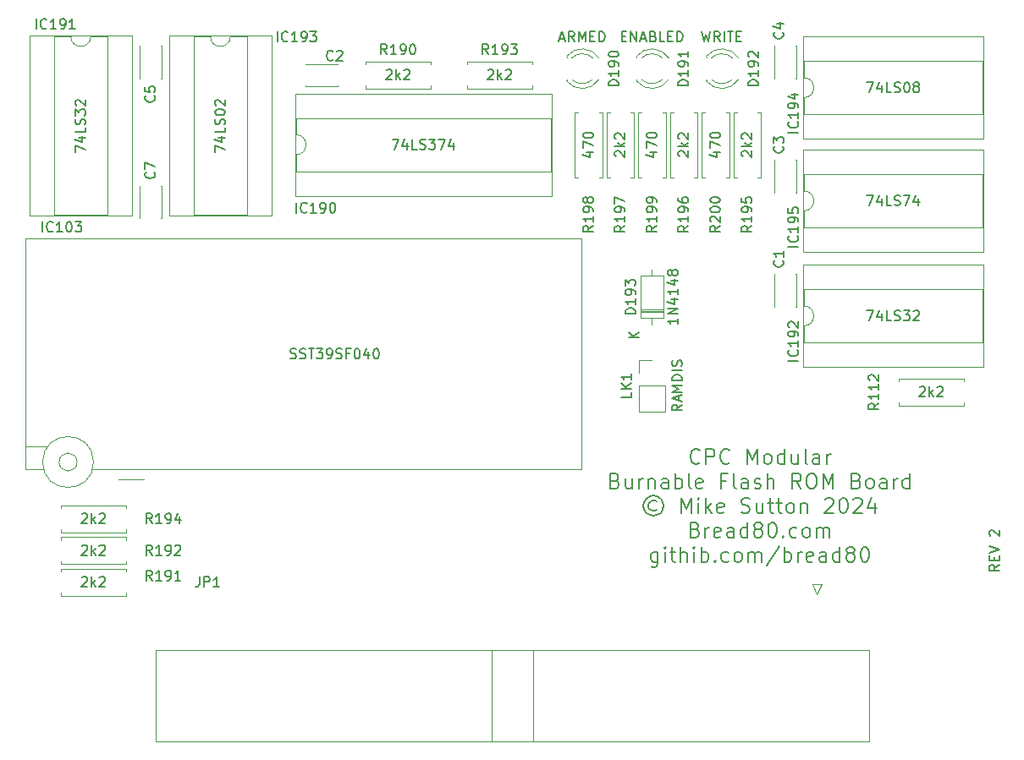
<source format=gto>
G04 #@! TF.GenerationSoftware,KiCad,Pcbnew,(5.1.12)-1*
G04 #@! TF.CreationDate,2024-06-29T17:03:21+01:00*
G04 #@! TF.ProjectId,CPCROM,43504352-4f4d-42e6-9b69-6361645f7063,rev?*
G04 #@! TF.SameCoordinates,Original*
G04 #@! TF.FileFunction,Legend,Top*
G04 #@! TF.FilePolarity,Positive*
%FSLAX46Y46*%
G04 Gerber Fmt 4.6, Leading zero omitted, Abs format (unit mm)*
G04 Created by KiCad (PCBNEW (5.1.12)-1) date 2024-06-29 17:03:21*
%MOMM*%
%LPD*%
G01*
G04 APERTURE LIST*
%ADD10C,0.150000*%
%ADD11C,0.200000*%
%ADD12C,0.120000*%
G04 APERTURE END LIST*
D10*
X251912380Y-157638571D02*
X251436190Y-157971904D01*
X251912380Y-158210000D02*
X250912380Y-158210000D01*
X250912380Y-157829047D01*
X250960000Y-157733809D01*
X251007619Y-157686190D01*
X251102857Y-157638571D01*
X251245714Y-157638571D01*
X251340952Y-157686190D01*
X251388571Y-157733809D01*
X251436190Y-157829047D01*
X251436190Y-158210000D01*
X251388571Y-157210000D02*
X251388571Y-156876666D01*
X251912380Y-156733809D02*
X251912380Y-157210000D01*
X250912380Y-157210000D01*
X250912380Y-156733809D01*
X250912380Y-156448095D02*
X251912380Y-156114761D01*
X250912380Y-155781428D01*
X251007619Y-154733809D02*
X250960000Y-154686190D01*
X250912380Y-154590952D01*
X250912380Y-154352857D01*
X250960000Y-154257619D01*
X251007619Y-154210000D01*
X251102857Y-154162380D01*
X251198095Y-154162380D01*
X251340952Y-154210000D01*
X251912380Y-154781428D01*
X251912380Y-154162380D01*
D11*
X221929285Y-147400714D02*
X221857857Y-147472142D01*
X221643571Y-147543571D01*
X221500714Y-147543571D01*
X221286428Y-147472142D01*
X221143571Y-147329285D01*
X221072142Y-147186428D01*
X221000714Y-146900714D01*
X221000714Y-146686428D01*
X221072142Y-146400714D01*
X221143571Y-146257857D01*
X221286428Y-146115000D01*
X221500714Y-146043571D01*
X221643571Y-146043571D01*
X221857857Y-146115000D01*
X221929285Y-146186428D01*
X222572142Y-147543571D02*
X222572142Y-146043571D01*
X223143571Y-146043571D01*
X223286428Y-146115000D01*
X223357857Y-146186428D01*
X223429285Y-146329285D01*
X223429285Y-146543571D01*
X223357857Y-146686428D01*
X223286428Y-146757857D01*
X223143571Y-146829285D01*
X222572142Y-146829285D01*
X224929285Y-147400714D02*
X224857857Y-147472142D01*
X224643571Y-147543571D01*
X224500714Y-147543571D01*
X224286428Y-147472142D01*
X224143571Y-147329285D01*
X224072142Y-147186428D01*
X224000714Y-146900714D01*
X224000714Y-146686428D01*
X224072142Y-146400714D01*
X224143571Y-146257857D01*
X224286428Y-146115000D01*
X224500714Y-146043571D01*
X224643571Y-146043571D01*
X224857857Y-146115000D01*
X224929285Y-146186428D01*
X226715000Y-147543571D02*
X226715000Y-146043571D01*
X227215000Y-147115000D01*
X227715000Y-146043571D01*
X227715000Y-147543571D01*
X228643571Y-147543571D02*
X228500714Y-147472142D01*
X228429285Y-147400714D01*
X228357857Y-147257857D01*
X228357857Y-146829285D01*
X228429285Y-146686428D01*
X228500714Y-146615000D01*
X228643571Y-146543571D01*
X228857857Y-146543571D01*
X229000714Y-146615000D01*
X229072142Y-146686428D01*
X229143571Y-146829285D01*
X229143571Y-147257857D01*
X229072142Y-147400714D01*
X229000714Y-147472142D01*
X228857857Y-147543571D01*
X228643571Y-147543571D01*
X230429285Y-147543571D02*
X230429285Y-146043571D01*
X230429285Y-147472142D02*
X230286428Y-147543571D01*
X230000714Y-147543571D01*
X229857857Y-147472142D01*
X229786428Y-147400714D01*
X229715000Y-147257857D01*
X229715000Y-146829285D01*
X229786428Y-146686428D01*
X229857857Y-146615000D01*
X230000714Y-146543571D01*
X230286428Y-146543571D01*
X230429285Y-146615000D01*
X231786428Y-146543571D02*
X231786428Y-147543571D01*
X231143571Y-146543571D02*
X231143571Y-147329285D01*
X231215000Y-147472142D01*
X231357857Y-147543571D01*
X231572142Y-147543571D01*
X231715000Y-147472142D01*
X231786428Y-147400714D01*
X232715000Y-147543571D02*
X232572142Y-147472142D01*
X232500714Y-147329285D01*
X232500714Y-146043571D01*
X233929285Y-147543571D02*
X233929285Y-146757857D01*
X233857857Y-146615000D01*
X233715000Y-146543571D01*
X233429285Y-146543571D01*
X233286428Y-146615000D01*
X233929285Y-147472142D02*
X233786428Y-147543571D01*
X233429285Y-147543571D01*
X233286428Y-147472142D01*
X233215000Y-147329285D01*
X233215000Y-147186428D01*
X233286428Y-147043571D01*
X233429285Y-146972142D01*
X233786428Y-146972142D01*
X233929285Y-146900714D01*
X234643571Y-147543571D02*
X234643571Y-146543571D01*
X234643571Y-146829285D02*
X234715000Y-146686428D01*
X234786428Y-146615000D01*
X234929285Y-146543571D01*
X235072142Y-146543571D01*
X213500714Y-149207857D02*
X213715000Y-149279285D01*
X213786428Y-149350714D01*
X213857857Y-149493571D01*
X213857857Y-149707857D01*
X213786428Y-149850714D01*
X213715000Y-149922142D01*
X213572142Y-149993571D01*
X213000714Y-149993571D01*
X213000714Y-148493571D01*
X213500714Y-148493571D01*
X213643571Y-148565000D01*
X213715000Y-148636428D01*
X213786428Y-148779285D01*
X213786428Y-148922142D01*
X213715000Y-149065000D01*
X213643571Y-149136428D01*
X213500714Y-149207857D01*
X213000714Y-149207857D01*
X215143571Y-148993571D02*
X215143571Y-149993571D01*
X214500714Y-148993571D02*
X214500714Y-149779285D01*
X214572142Y-149922142D01*
X214715000Y-149993571D01*
X214929285Y-149993571D01*
X215072142Y-149922142D01*
X215143571Y-149850714D01*
X215857857Y-149993571D02*
X215857857Y-148993571D01*
X215857857Y-149279285D02*
X215929285Y-149136428D01*
X216000714Y-149065000D01*
X216143571Y-148993571D01*
X216286428Y-148993571D01*
X216786428Y-148993571D02*
X216786428Y-149993571D01*
X216786428Y-149136428D02*
X216857857Y-149065000D01*
X217000714Y-148993571D01*
X217215000Y-148993571D01*
X217357857Y-149065000D01*
X217429285Y-149207857D01*
X217429285Y-149993571D01*
X218786428Y-149993571D02*
X218786428Y-149207857D01*
X218715000Y-149065000D01*
X218572142Y-148993571D01*
X218286428Y-148993571D01*
X218143571Y-149065000D01*
X218786428Y-149922142D02*
X218643571Y-149993571D01*
X218286428Y-149993571D01*
X218143571Y-149922142D01*
X218072142Y-149779285D01*
X218072142Y-149636428D01*
X218143571Y-149493571D01*
X218286428Y-149422142D01*
X218643571Y-149422142D01*
X218786428Y-149350714D01*
X219500714Y-149993571D02*
X219500714Y-148493571D01*
X219500714Y-149065000D02*
X219643571Y-148993571D01*
X219929285Y-148993571D01*
X220072142Y-149065000D01*
X220143571Y-149136428D01*
X220215000Y-149279285D01*
X220215000Y-149707857D01*
X220143571Y-149850714D01*
X220072142Y-149922142D01*
X219929285Y-149993571D01*
X219643571Y-149993571D01*
X219500714Y-149922142D01*
X221072142Y-149993571D02*
X220929285Y-149922142D01*
X220857857Y-149779285D01*
X220857857Y-148493571D01*
X222215000Y-149922142D02*
X222072142Y-149993571D01*
X221786428Y-149993571D01*
X221643571Y-149922142D01*
X221572142Y-149779285D01*
X221572142Y-149207857D01*
X221643571Y-149065000D01*
X221786428Y-148993571D01*
X222072142Y-148993571D01*
X222215000Y-149065000D01*
X222286428Y-149207857D01*
X222286428Y-149350714D01*
X221572142Y-149493571D01*
X224572142Y-149207857D02*
X224072142Y-149207857D01*
X224072142Y-149993571D02*
X224072142Y-148493571D01*
X224786428Y-148493571D01*
X225572142Y-149993571D02*
X225429285Y-149922142D01*
X225357857Y-149779285D01*
X225357857Y-148493571D01*
X226786428Y-149993571D02*
X226786428Y-149207857D01*
X226715000Y-149065000D01*
X226572142Y-148993571D01*
X226286428Y-148993571D01*
X226143571Y-149065000D01*
X226786428Y-149922142D02*
X226643571Y-149993571D01*
X226286428Y-149993571D01*
X226143571Y-149922142D01*
X226072142Y-149779285D01*
X226072142Y-149636428D01*
X226143571Y-149493571D01*
X226286428Y-149422142D01*
X226643571Y-149422142D01*
X226786428Y-149350714D01*
X227429285Y-149922142D02*
X227572142Y-149993571D01*
X227857857Y-149993571D01*
X228000714Y-149922142D01*
X228072142Y-149779285D01*
X228072142Y-149707857D01*
X228000714Y-149565000D01*
X227857857Y-149493571D01*
X227643571Y-149493571D01*
X227500714Y-149422142D01*
X227429285Y-149279285D01*
X227429285Y-149207857D01*
X227500714Y-149065000D01*
X227643571Y-148993571D01*
X227857857Y-148993571D01*
X228000714Y-149065000D01*
X228715000Y-149993571D02*
X228715000Y-148493571D01*
X229357857Y-149993571D02*
X229357857Y-149207857D01*
X229286428Y-149065000D01*
X229143571Y-148993571D01*
X228929285Y-148993571D01*
X228786428Y-149065000D01*
X228715000Y-149136428D01*
X232072142Y-149993571D02*
X231572142Y-149279285D01*
X231215000Y-149993571D02*
X231215000Y-148493571D01*
X231786428Y-148493571D01*
X231929285Y-148565000D01*
X232000714Y-148636428D01*
X232072142Y-148779285D01*
X232072142Y-148993571D01*
X232000714Y-149136428D01*
X231929285Y-149207857D01*
X231786428Y-149279285D01*
X231215000Y-149279285D01*
X233000714Y-148493571D02*
X233286428Y-148493571D01*
X233429285Y-148565000D01*
X233572142Y-148707857D01*
X233643571Y-148993571D01*
X233643571Y-149493571D01*
X233572142Y-149779285D01*
X233429285Y-149922142D01*
X233286428Y-149993571D01*
X233000714Y-149993571D01*
X232857857Y-149922142D01*
X232715000Y-149779285D01*
X232643571Y-149493571D01*
X232643571Y-148993571D01*
X232715000Y-148707857D01*
X232857857Y-148565000D01*
X233000714Y-148493571D01*
X234286428Y-149993571D02*
X234286428Y-148493571D01*
X234786428Y-149565000D01*
X235286428Y-148493571D01*
X235286428Y-149993571D01*
X237643571Y-149207857D02*
X237857857Y-149279285D01*
X237929285Y-149350714D01*
X238000714Y-149493571D01*
X238000714Y-149707857D01*
X237929285Y-149850714D01*
X237857857Y-149922142D01*
X237715000Y-149993571D01*
X237143571Y-149993571D01*
X237143571Y-148493571D01*
X237643571Y-148493571D01*
X237786428Y-148565000D01*
X237857857Y-148636428D01*
X237929285Y-148779285D01*
X237929285Y-148922142D01*
X237857857Y-149065000D01*
X237786428Y-149136428D01*
X237643571Y-149207857D01*
X237143571Y-149207857D01*
X238857857Y-149993571D02*
X238715000Y-149922142D01*
X238643571Y-149850714D01*
X238572142Y-149707857D01*
X238572142Y-149279285D01*
X238643571Y-149136428D01*
X238715000Y-149065000D01*
X238857857Y-148993571D01*
X239072142Y-148993571D01*
X239215000Y-149065000D01*
X239286428Y-149136428D01*
X239357857Y-149279285D01*
X239357857Y-149707857D01*
X239286428Y-149850714D01*
X239215000Y-149922142D01*
X239072142Y-149993571D01*
X238857857Y-149993571D01*
X240643571Y-149993571D02*
X240643571Y-149207857D01*
X240572142Y-149065000D01*
X240429285Y-148993571D01*
X240143571Y-148993571D01*
X240000714Y-149065000D01*
X240643571Y-149922142D02*
X240500714Y-149993571D01*
X240143571Y-149993571D01*
X240000714Y-149922142D01*
X239929285Y-149779285D01*
X239929285Y-149636428D01*
X240000714Y-149493571D01*
X240143571Y-149422142D01*
X240500714Y-149422142D01*
X240643571Y-149350714D01*
X241357857Y-149993571D02*
X241357857Y-148993571D01*
X241357857Y-149279285D02*
X241429285Y-149136428D01*
X241500714Y-149065000D01*
X241643571Y-148993571D01*
X241786428Y-148993571D01*
X242929285Y-149993571D02*
X242929285Y-148493571D01*
X242929285Y-149922142D02*
X242786428Y-149993571D01*
X242500714Y-149993571D01*
X242357857Y-149922142D01*
X242286428Y-149850714D01*
X242215000Y-149707857D01*
X242215000Y-149279285D01*
X242286428Y-149136428D01*
X242357857Y-149065000D01*
X242500714Y-148993571D01*
X242786428Y-148993571D01*
X242929285Y-149065000D01*
X217607857Y-151300714D02*
X217465000Y-151229285D01*
X217179285Y-151229285D01*
X217036428Y-151300714D01*
X216893571Y-151443571D01*
X216822142Y-151586428D01*
X216822142Y-151872142D01*
X216893571Y-152015000D01*
X217036428Y-152157857D01*
X217179285Y-152229285D01*
X217465000Y-152229285D01*
X217607857Y-152157857D01*
X217322142Y-150729285D02*
X216965000Y-150800714D01*
X216607857Y-151015000D01*
X216393571Y-151372142D01*
X216322142Y-151729285D01*
X216393571Y-152086428D01*
X216607857Y-152443571D01*
X216965000Y-152657857D01*
X217322142Y-152729285D01*
X217679285Y-152657857D01*
X218036428Y-152443571D01*
X218250714Y-152086428D01*
X218322142Y-151729285D01*
X218250714Y-151372142D01*
X218036428Y-151015000D01*
X217679285Y-150800714D01*
X217322142Y-150729285D01*
X220107857Y-152443571D02*
X220107857Y-150943571D01*
X220607857Y-152015000D01*
X221107857Y-150943571D01*
X221107857Y-152443571D01*
X221822142Y-152443571D02*
X221822142Y-151443571D01*
X221822142Y-150943571D02*
X221750714Y-151015000D01*
X221822142Y-151086428D01*
X221893571Y-151015000D01*
X221822142Y-150943571D01*
X221822142Y-151086428D01*
X222536428Y-152443571D02*
X222536428Y-150943571D01*
X222679285Y-151872142D02*
X223107857Y-152443571D01*
X223107857Y-151443571D02*
X222536428Y-152015000D01*
X224322142Y-152372142D02*
X224179285Y-152443571D01*
X223893571Y-152443571D01*
X223750714Y-152372142D01*
X223679285Y-152229285D01*
X223679285Y-151657857D01*
X223750714Y-151515000D01*
X223893571Y-151443571D01*
X224179285Y-151443571D01*
X224322142Y-151515000D01*
X224393571Y-151657857D01*
X224393571Y-151800714D01*
X223679285Y-151943571D01*
X226107857Y-152372142D02*
X226322142Y-152443571D01*
X226679285Y-152443571D01*
X226822142Y-152372142D01*
X226893571Y-152300714D01*
X226965000Y-152157857D01*
X226965000Y-152015000D01*
X226893571Y-151872142D01*
X226822142Y-151800714D01*
X226679285Y-151729285D01*
X226393571Y-151657857D01*
X226250714Y-151586428D01*
X226179285Y-151515000D01*
X226107857Y-151372142D01*
X226107857Y-151229285D01*
X226179285Y-151086428D01*
X226250714Y-151015000D01*
X226393571Y-150943571D01*
X226750714Y-150943571D01*
X226965000Y-151015000D01*
X228250714Y-151443571D02*
X228250714Y-152443571D01*
X227607857Y-151443571D02*
X227607857Y-152229285D01*
X227679285Y-152372142D01*
X227822142Y-152443571D01*
X228036428Y-152443571D01*
X228179285Y-152372142D01*
X228250714Y-152300714D01*
X228750714Y-151443571D02*
X229322142Y-151443571D01*
X228965000Y-150943571D02*
X228965000Y-152229285D01*
X229036428Y-152372142D01*
X229179285Y-152443571D01*
X229322142Y-152443571D01*
X229607857Y-151443571D02*
X230179285Y-151443571D01*
X229822142Y-150943571D02*
X229822142Y-152229285D01*
X229893571Y-152372142D01*
X230036428Y-152443571D01*
X230179285Y-152443571D01*
X230893571Y-152443571D02*
X230750714Y-152372142D01*
X230679285Y-152300714D01*
X230607857Y-152157857D01*
X230607857Y-151729285D01*
X230679285Y-151586428D01*
X230750714Y-151515000D01*
X230893571Y-151443571D01*
X231107857Y-151443571D01*
X231250714Y-151515000D01*
X231322142Y-151586428D01*
X231393571Y-151729285D01*
X231393571Y-152157857D01*
X231322142Y-152300714D01*
X231250714Y-152372142D01*
X231107857Y-152443571D01*
X230893571Y-152443571D01*
X232036428Y-151443571D02*
X232036428Y-152443571D01*
X232036428Y-151586428D02*
X232107857Y-151515000D01*
X232250714Y-151443571D01*
X232465000Y-151443571D01*
X232607857Y-151515000D01*
X232679285Y-151657857D01*
X232679285Y-152443571D01*
X234465000Y-151086428D02*
X234536428Y-151015000D01*
X234679285Y-150943571D01*
X235036428Y-150943571D01*
X235179285Y-151015000D01*
X235250714Y-151086428D01*
X235322142Y-151229285D01*
X235322142Y-151372142D01*
X235250714Y-151586428D01*
X234393571Y-152443571D01*
X235322142Y-152443571D01*
X236250714Y-150943571D02*
X236393571Y-150943571D01*
X236536428Y-151015000D01*
X236607857Y-151086428D01*
X236679285Y-151229285D01*
X236750714Y-151515000D01*
X236750714Y-151872142D01*
X236679285Y-152157857D01*
X236607857Y-152300714D01*
X236536428Y-152372142D01*
X236393571Y-152443571D01*
X236250714Y-152443571D01*
X236107857Y-152372142D01*
X236036428Y-152300714D01*
X235965000Y-152157857D01*
X235893571Y-151872142D01*
X235893571Y-151515000D01*
X235965000Y-151229285D01*
X236036428Y-151086428D01*
X236107857Y-151015000D01*
X236250714Y-150943571D01*
X237322142Y-151086428D02*
X237393571Y-151015000D01*
X237536428Y-150943571D01*
X237893571Y-150943571D01*
X238036428Y-151015000D01*
X238107857Y-151086428D01*
X238179285Y-151229285D01*
X238179285Y-151372142D01*
X238107857Y-151586428D01*
X237250714Y-152443571D01*
X238179285Y-152443571D01*
X239465000Y-151443571D02*
X239465000Y-152443571D01*
X239107857Y-150872142D02*
X238750714Y-151943571D01*
X239679285Y-151943571D01*
X221500714Y-154107857D02*
X221715000Y-154179285D01*
X221786428Y-154250714D01*
X221857857Y-154393571D01*
X221857857Y-154607857D01*
X221786428Y-154750714D01*
X221715000Y-154822142D01*
X221572142Y-154893571D01*
X221000714Y-154893571D01*
X221000714Y-153393571D01*
X221500714Y-153393571D01*
X221643571Y-153465000D01*
X221715000Y-153536428D01*
X221786428Y-153679285D01*
X221786428Y-153822142D01*
X221715000Y-153965000D01*
X221643571Y-154036428D01*
X221500714Y-154107857D01*
X221000714Y-154107857D01*
X222500714Y-154893571D02*
X222500714Y-153893571D01*
X222500714Y-154179285D02*
X222572142Y-154036428D01*
X222643571Y-153965000D01*
X222786428Y-153893571D01*
X222929285Y-153893571D01*
X224000714Y-154822142D02*
X223857857Y-154893571D01*
X223572142Y-154893571D01*
X223429285Y-154822142D01*
X223357857Y-154679285D01*
X223357857Y-154107857D01*
X223429285Y-153965000D01*
X223572142Y-153893571D01*
X223857857Y-153893571D01*
X224000714Y-153965000D01*
X224072142Y-154107857D01*
X224072142Y-154250714D01*
X223357857Y-154393571D01*
X225357857Y-154893571D02*
X225357857Y-154107857D01*
X225286428Y-153965000D01*
X225143571Y-153893571D01*
X224857857Y-153893571D01*
X224715000Y-153965000D01*
X225357857Y-154822142D02*
X225215000Y-154893571D01*
X224857857Y-154893571D01*
X224715000Y-154822142D01*
X224643571Y-154679285D01*
X224643571Y-154536428D01*
X224715000Y-154393571D01*
X224857857Y-154322142D01*
X225215000Y-154322142D01*
X225357857Y-154250714D01*
X226715000Y-154893571D02*
X226715000Y-153393571D01*
X226715000Y-154822142D02*
X226572142Y-154893571D01*
X226286428Y-154893571D01*
X226143571Y-154822142D01*
X226072142Y-154750714D01*
X226000714Y-154607857D01*
X226000714Y-154179285D01*
X226072142Y-154036428D01*
X226143571Y-153965000D01*
X226286428Y-153893571D01*
X226572142Y-153893571D01*
X226715000Y-153965000D01*
X227643571Y-154036428D02*
X227500714Y-153965000D01*
X227429285Y-153893571D01*
X227357857Y-153750714D01*
X227357857Y-153679285D01*
X227429285Y-153536428D01*
X227500714Y-153465000D01*
X227643571Y-153393571D01*
X227929285Y-153393571D01*
X228072142Y-153465000D01*
X228143571Y-153536428D01*
X228215000Y-153679285D01*
X228215000Y-153750714D01*
X228143571Y-153893571D01*
X228072142Y-153965000D01*
X227929285Y-154036428D01*
X227643571Y-154036428D01*
X227500714Y-154107857D01*
X227429285Y-154179285D01*
X227357857Y-154322142D01*
X227357857Y-154607857D01*
X227429285Y-154750714D01*
X227500714Y-154822142D01*
X227643571Y-154893571D01*
X227929285Y-154893571D01*
X228072142Y-154822142D01*
X228143571Y-154750714D01*
X228215000Y-154607857D01*
X228215000Y-154322142D01*
X228143571Y-154179285D01*
X228072142Y-154107857D01*
X227929285Y-154036428D01*
X229143571Y-153393571D02*
X229286428Y-153393571D01*
X229429285Y-153465000D01*
X229500714Y-153536428D01*
X229572142Y-153679285D01*
X229643571Y-153965000D01*
X229643571Y-154322142D01*
X229572142Y-154607857D01*
X229500714Y-154750714D01*
X229429285Y-154822142D01*
X229286428Y-154893571D01*
X229143571Y-154893571D01*
X229000714Y-154822142D01*
X228929285Y-154750714D01*
X228857857Y-154607857D01*
X228786428Y-154322142D01*
X228786428Y-153965000D01*
X228857857Y-153679285D01*
X228929285Y-153536428D01*
X229000714Y-153465000D01*
X229143571Y-153393571D01*
X230286428Y-154750714D02*
X230357857Y-154822142D01*
X230286428Y-154893571D01*
X230215000Y-154822142D01*
X230286428Y-154750714D01*
X230286428Y-154893571D01*
X231643571Y-154822142D02*
X231500714Y-154893571D01*
X231215000Y-154893571D01*
X231072142Y-154822142D01*
X231000714Y-154750714D01*
X230929285Y-154607857D01*
X230929285Y-154179285D01*
X231000714Y-154036428D01*
X231072142Y-153965000D01*
X231215000Y-153893571D01*
X231500714Y-153893571D01*
X231643571Y-153965000D01*
X232500714Y-154893571D02*
X232357857Y-154822142D01*
X232286428Y-154750714D01*
X232215000Y-154607857D01*
X232215000Y-154179285D01*
X232286428Y-154036428D01*
X232357857Y-153965000D01*
X232500714Y-153893571D01*
X232715000Y-153893571D01*
X232857857Y-153965000D01*
X232929285Y-154036428D01*
X233000714Y-154179285D01*
X233000714Y-154607857D01*
X232929285Y-154750714D01*
X232857857Y-154822142D01*
X232715000Y-154893571D01*
X232500714Y-154893571D01*
X233643571Y-154893571D02*
X233643571Y-153893571D01*
X233643571Y-154036428D02*
X233715000Y-153965000D01*
X233857857Y-153893571D01*
X234072142Y-153893571D01*
X234215000Y-153965000D01*
X234286428Y-154107857D01*
X234286428Y-154893571D01*
X234286428Y-154107857D02*
X234357857Y-153965000D01*
X234500714Y-153893571D01*
X234715000Y-153893571D01*
X234857857Y-153965000D01*
X234929285Y-154107857D01*
X234929285Y-154893571D01*
X217750714Y-156343571D02*
X217750714Y-157557857D01*
X217679285Y-157700714D01*
X217607857Y-157772142D01*
X217465000Y-157843571D01*
X217250714Y-157843571D01*
X217107857Y-157772142D01*
X217750714Y-157272142D02*
X217607857Y-157343571D01*
X217322142Y-157343571D01*
X217179285Y-157272142D01*
X217107857Y-157200714D01*
X217036428Y-157057857D01*
X217036428Y-156629285D01*
X217107857Y-156486428D01*
X217179285Y-156415000D01*
X217322142Y-156343571D01*
X217607857Y-156343571D01*
X217750714Y-156415000D01*
X218465000Y-157343571D02*
X218465000Y-156343571D01*
X218465000Y-155843571D02*
X218393571Y-155915000D01*
X218465000Y-155986428D01*
X218536428Y-155915000D01*
X218465000Y-155843571D01*
X218465000Y-155986428D01*
X218965000Y-156343571D02*
X219536428Y-156343571D01*
X219179285Y-155843571D02*
X219179285Y-157129285D01*
X219250714Y-157272142D01*
X219393571Y-157343571D01*
X219536428Y-157343571D01*
X220036428Y-157343571D02*
X220036428Y-155843571D01*
X220679285Y-157343571D02*
X220679285Y-156557857D01*
X220607857Y-156415000D01*
X220465000Y-156343571D01*
X220250714Y-156343571D01*
X220107857Y-156415000D01*
X220036428Y-156486428D01*
X221393571Y-157343571D02*
X221393571Y-156343571D01*
X221393571Y-155843571D02*
X221322142Y-155915000D01*
X221393571Y-155986428D01*
X221465000Y-155915000D01*
X221393571Y-155843571D01*
X221393571Y-155986428D01*
X222107857Y-157343571D02*
X222107857Y-155843571D01*
X222107857Y-156415000D02*
X222250714Y-156343571D01*
X222536428Y-156343571D01*
X222679285Y-156415000D01*
X222750714Y-156486428D01*
X222822142Y-156629285D01*
X222822142Y-157057857D01*
X222750714Y-157200714D01*
X222679285Y-157272142D01*
X222536428Y-157343571D01*
X222250714Y-157343571D01*
X222107857Y-157272142D01*
X223465000Y-157200714D02*
X223536428Y-157272142D01*
X223465000Y-157343571D01*
X223393571Y-157272142D01*
X223465000Y-157200714D01*
X223465000Y-157343571D01*
X224822142Y-157272142D02*
X224679285Y-157343571D01*
X224393571Y-157343571D01*
X224250714Y-157272142D01*
X224179285Y-157200714D01*
X224107857Y-157057857D01*
X224107857Y-156629285D01*
X224179285Y-156486428D01*
X224250714Y-156415000D01*
X224393571Y-156343571D01*
X224679285Y-156343571D01*
X224822142Y-156415000D01*
X225679285Y-157343571D02*
X225536428Y-157272142D01*
X225465000Y-157200714D01*
X225393571Y-157057857D01*
X225393571Y-156629285D01*
X225465000Y-156486428D01*
X225536428Y-156415000D01*
X225679285Y-156343571D01*
X225893571Y-156343571D01*
X226036428Y-156415000D01*
X226107857Y-156486428D01*
X226179285Y-156629285D01*
X226179285Y-157057857D01*
X226107857Y-157200714D01*
X226036428Y-157272142D01*
X225893571Y-157343571D01*
X225679285Y-157343571D01*
X226822142Y-157343571D02*
X226822142Y-156343571D01*
X226822142Y-156486428D02*
X226893571Y-156415000D01*
X227036428Y-156343571D01*
X227250714Y-156343571D01*
X227393571Y-156415000D01*
X227465000Y-156557857D01*
X227465000Y-157343571D01*
X227465000Y-156557857D02*
X227536428Y-156415000D01*
X227679285Y-156343571D01*
X227893571Y-156343571D01*
X228036428Y-156415000D01*
X228107857Y-156557857D01*
X228107857Y-157343571D01*
X229893571Y-155772142D02*
X228607857Y-157700714D01*
X230393571Y-157343571D02*
X230393571Y-155843571D01*
X230393571Y-156415000D02*
X230536428Y-156343571D01*
X230822142Y-156343571D01*
X230965000Y-156415000D01*
X231036428Y-156486428D01*
X231107857Y-156629285D01*
X231107857Y-157057857D01*
X231036428Y-157200714D01*
X230965000Y-157272142D01*
X230822142Y-157343571D01*
X230536428Y-157343571D01*
X230393571Y-157272142D01*
X231750714Y-157343571D02*
X231750714Y-156343571D01*
X231750714Y-156629285D02*
X231822142Y-156486428D01*
X231893571Y-156415000D01*
X232036428Y-156343571D01*
X232179285Y-156343571D01*
X233250714Y-157272142D02*
X233107857Y-157343571D01*
X232822142Y-157343571D01*
X232679285Y-157272142D01*
X232607857Y-157129285D01*
X232607857Y-156557857D01*
X232679285Y-156415000D01*
X232822142Y-156343571D01*
X233107857Y-156343571D01*
X233250714Y-156415000D01*
X233322142Y-156557857D01*
X233322142Y-156700714D01*
X232607857Y-156843571D01*
X234607857Y-157343571D02*
X234607857Y-156557857D01*
X234536428Y-156415000D01*
X234393571Y-156343571D01*
X234107857Y-156343571D01*
X233965000Y-156415000D01*
X234607857Y-157272142D02*
X234465000Y-157343571D01*
X234107857Y-157343571D01*
X233965000Y-157272142D01*
X233893571Y-157129285D01*
X233893571Y-156986428D01*
X233965000Y-156843571D01*
X234107857Y-156772142D01*
X234465000Y-156772142D01*
X234607857Y-156700714D01*
X235965000Y-157343571D02*
X235965000Y-155843571D01*
X235965000Y-157272142D02*
X235822142Y-157343571D01*
X235536428Y-157343571D01*
X235393571Y-157272142D01*
X235322142Y-157200714D01*
X235250714Y-157057857D01*
X235250714Y-156629285D01*
X235322142Y-156486428D01*
X235393571Y-156415000D01*
X235536428Y-156343571D01*
X235822142Y-156343571D01*
X235965000Y-156415000D01*
X236893571Y-156486428D02*
X236750714Y-156415000D01*
X236679285Y-156343571D01*
X236607857Y-156200714D01*
X236607857Y-156129285D01*
X236679285Y-155986428D01*
X236750714Y-155915000D01*
X236893571Y-155843571D01*
X237179285Y-155843571D01*
X237322142Y-155915000D01*
X237393571Y-155986428D01*
X237465000Y-156129285D01*
X237465000Y-156200714D01*
X237393571Y-156343571D01*
X237322142Y-156415000D01*
X237179285Y-156486428D01*
X236893571Y-156486428D01*
X236750714Y-156557857D01*
X236679285Y-156629285D01*
X236607857Y-156772142D01*
X236607857Y-157057857D01*
X236679285Y-157200714D01*
X236750714Y-157272142D01*
X236893571Y-157343571D01*
X237179285Y-157343571D01*
X237322142Y-157272142D01*
X237393571Y-157200714D01*
X237465000Y-157057857D01*
X237465000Y-156772142D01*
X237393571Y-156629285D01*
X237322142Y-156557857D01*
X237179285Y-156486428D01*
X238393571Y-155843571D02*
X238536428Y-155843571D01*
X238679285Y-155915000D01*
X238750714Y-155986428D01*
X238822142Y-156129285D01*
X238893571Y-156415000D01*
X238893571Y-156772142D01*
X238822142Y-157057857D01*
X238750714Y-157200714D01*
X238679285Y-157272142D01*
X238536428Y-157343571D01*
X238393571Y-157343571D01*
X238250714Y-157272142D01*
X238179285Y-157200714D01*
X238107857Y-157057857D01*
X238036428Y-156772142D01*
X238036428Y-156415000D01*
X238107857Y-156129285D01*
X238179285Y-155986428D01*
X238250714Y-155915000D01*
X238393571Y-155843571D01*
D12*
X174990000Y-104715000D02*
G75*
G02*
X172990000Y-104715000I-1000000J0D01*
G01*
X172990000Y-104715000D02*
X171340000Y-104715000D01*
X171340000Y-104715000D02*
X171340000Y-122615000D01*
X171340000Y-122615000D02*
X176640000Y-122615000D01*
X176640000Y-122615000D02*
X176640000Y-104715000D01*
X176640000Y-104715000D02*
X174990000Y-104715000D01*
X168850000Y-104655000D02*
X168850000Y-122675000D01*
X168850000Y-122675000D02*
X179130000Y-122675000D01*
X179130000Y-122675000D02*
X179130000Y-104655000D01*
X179130000Y-104655000D02*
X168850000Y-104655000D01*
X232290000Y-104715000D02*
X232290000Y-114995000D01*
X250310000Y-104715000D02*
X232290000Y-104715000D01*
X250310000Y-114995000D02*
X250310000Y-104715000D01*
X232290000Y-114995000D02*
X250310000Y-114995000D01*
X232350000Y-107205000D02*
X232350000Y-108855000D01*
X250250000Y-107205000D02*
X232350000Y-107205000D01*
X250250000Y-112505000D02*
X250250000Y-107205000D01*
X232350000Y-112505000D02*
X250250000Y-112505000D01*
X232350000Y-110855000D02*
X232350000Y-112505000D01*
X232350000Y-108855000D02*
G75*
G02*
X232350000Y-110855000I0J-1000000D01*
G01*
X232290000Y-127575000D02*
X232290000Y-137855000D01*
X250310000Y-127575000D02*
X232290000Y-127575000D01*
X250310000Y-137855000D02*
X250310000Y-127575000D01*
X232290000Y-137855000D02*
X250310000Y-137855000D01*
X232350000Y-130065000D02*
X232350000Y-131715000D01*
X250250000Y-130065000D02*
X232350000Y-130065000D01*
X250250000Y-135365000D02*
X250250000Y-130065000D01*
X232350000Y-135365000D02*
X250250000Y-135365000D01*
X232350000Y-133715000D02*
X232350000Y-135365000D01*
X232350000Y-131715000D02*
G75*
G02*
X232350000Y-133715000I0J-1000000D01*
G01*
X224560000Y-112300000D02*
X224890000Y-112300000D01*
X224890000Y-112300000D02*
X224890000Y-118840000D01*
X224890000Y-118840000D02*
X224560000Y-118840000D01*
X222480000Y-112300000D02*
X222150000Y-112300000D01*
X222150000Y-112300000D02*
X222150000Y-118840000D01*
X222150000Y-118840000D02*
X222480000Y-118840000D01*
X218210000Y-112300000D02*
X218540000Y-112300000D01*
X218540000Y-112300000D02*
X218540000Y-118840000D01*
X218540000Y-118840000D02*
X218210000Y-118840000D01*
X216130000Y-112300000D02*
X215800000Y-112300000D01*
X215800000Y-112300000D02*
X215800000Y-118840000D01*
X215800000Y-118840000D02*
X216130000Y-118840000D01*
X211860000Y-112300000D02*
X212190000Y-112300000D01*
X212190000Y-112300000D02*
X212190000Y-118840000D01*
X212190000Y-118840000D02*
X211860000Y-118840000D01*
X209780000Y-112300000D02*
X209450000Y-112300000D01*
X209450000Y-112300000D02*
X209450000Y-118840000D01*
X209450000Y-118840000D02*
X209780000Y-118840000D01*
X212955000Y-118840000D02*
X212625000Y-118840000D01*
X212625000Y-118840000D02*
X212625000Y-112300000D01*
X212625000Y-112300000D02*
X212955000Y-112300000D01*
X215035000Y-118840000D02*
X215365000Y-118840000D01*
X215365000Y-118840000D02*
X215365000Y-112300000D01*
X215365000Y-112300000D02*
X215035000Y-112300000D01*
X219305000Y-118840000D02*
X218975000Y-118840000D01*
X218975000Y-118840000D02*
X218975000Y-112300000D01*
X218975000Y-112300000D02*
X219305000Y-112300000D01*
X221385000Y-118840000D02*
X221715000Y-118840000D01*
X221715000Y-118840000D02*
X221715000Y-112300000D01*
X221715000Y-112300000D02*
X221385000Y-112300000D01*
X225655000Y-118840000D02*
X225325000Y-118840000D01*
X225325000Y-118840000D02*
X225325000Y-112300000D01*
X225325000Y-112300000D02*
X225655000Y-112300000D01*
X227735000Y-118840000D02*
X228065000Y-118840000D01*
X228065000Y-118840000D02*
X228065000Y-112300000D01*
X228065000Y-112300000D02*
X227735000Y-112300000D01*
X232350000Y-122190000D02*
X232350000Y-123840000D01*
X232350000Y-123840000D02*
X250250000Y-123840000D01*
X250250000Y-123840000D02*
X250250000Y-118540000D01*
X250250000Y-118540000D02*
X232350000Y-118540000D01*
X232350000Y-118540000D02*
X232350000Y-120190000D01*
X232290000Y-126330000D02*
X250310000Y-126330000D01*
X250310000Y-126330000D02*
X250310000Y-116050000D01*
X250310000Y-116050000D02*
X232290000Y-116050000D01*
X232290000Y-116050000D02*
X232290000Y-126330000D01*
X232350000Y-120190000D02*
G75*
G02*
X232350000Y-122190000I0J-1000000D01*
G01*
X216050000Y-132930000D02*
X218290000Y-132930000D01*
X218290000Y-132930000D02*
X218290000Y-128690000D01*
X218290000Y-128690000D02*
X216050000Y-128690000D01*
X216050000Y-128690000D02*
X216050000Y-132930000D01*
X217170000Y-133580000D02*
X217170000Y-132930000D01*
X217170000Y-128040000D02*
X217170000Y-128690000D01*
X216050000Y-132210000D02*
X218290000Y-132210000D01*
X216050000Y-132090000D02*
X218290000Y-132090000D01*
X216050000Y-132330000D02*
X218290000Y-132330000D01*
X222595000Y-106714000D02*
X222595000Y-106870000D01*
X222595000Y-109030000D02*
X222595000Y-109186000D01*
X225196130Y-109029837D02*
G75*
G02*
X223114039Y-109030000I-1041130J1079837D01*
G01*
X225196130Y-106870163D02*
G75*
G03*
X223114039Y-106870000I-1041130J-1079837D01*
G01*
X225827335Y-109028608D02*
G75*
G02*
X222595000Y-109185516I-1672335J1078608D01*
G01*
X225827335Y-106871392D02*
G75*
G03*
X222595000Y-106714484I-1672335J-1078608D01*
G01*
X215610000Y-106714000D02*
X215610000Y-106870000D01*
X215610000Y-109030000D02*
X215610000Y-109186000D01*
X218211130Y-109029837D02*
G75*
G02*
X216129039Y-109030000I-1041130J1079837D01*
G01*
X218211130Y-106870163D02*
G75*
G03*
X216129039Y-106870000I-1041130J-1079837D01*
G01*
X218842335Y-109028608D02*
G75*
G02*
X215610000Y-109185516I-1672335J1078608D01*
G01*
X218842335Y-106871392D02*
G75*
G03*
X215610000Y-106714484I-1672335J-1078608D01*
G01*
X208625000Y-106714000D02*
X208625000Y-106870000D01*
X208625000Y-109030000D02*
X208625000Y-109186000D01*
X211226130Y-109029837D02*
G75*
G02*
X209144039Y-109030000I-1041130J1079837D01*
G01*
X211226130Y-106870163D02*
G75*
G03*
X209144039Y-106870000I-1041130J-1079837D01*
G01*
X211857335Y-109028608D02*
G75*
G02*
X208625000Y-109185516I-1672335J1078608D01*
G01*
X211857335Y-106871392D02*
G75*
G03*
X208625000Y-106714484I-1672335J-1078608D01*
G01*
X161300000Y-147345000D02*
G75*
G03*
X161300000Y-147345000I-2550000J0D01*
G01*
X159650000Y-147345000D02*
G75*
G03*
X159650000Y-147345000I-900000J0D01*
G01*
X161200000Y-148075000D02*
X210140000Y-148075000D01*
X210140000Y-148075000D02*
X210140000Y-124975000D01*
X210140000Y-124975000D02*
X154440000Y-124975000D01*
X154440000Y-124975000D02*
X154440000Y-148075000D01*
X154440000Y-148075000D02*
X156300000Y-148075000D01*
X154440000Y-145795000D02*
X156700000Y-145795000D01*
X166370000Y-149095000D02*
X163830000Y-149095000D01*
X233180000Y-159575000D02*
X233680000Y-160575000D01*
X234180000Y-159575000D02*
X233180000Y-159575000D01*
X233680000Y-160575000D02*
X234180000Y-159575000D01*
X167510000Y-166195000D02*
X238890000Y-166195000D01*
X167510000Y-175315000D02*
X167510000Y-166195000D01*
X238890000Y-175315000D02*
X167510000Y-175315000D01*
X238890000Y-166195000D02*
X238890000Y-175315000D01*
X201150000Y-166195000D02*
X201150000Y-175315000D01*
X205250000Y-166195000D02*
X205250000Y-175315000D01*
X159020000Y-104715000D02*
X157370000Y-104715000D01*
X157370000Y-104715000D02*
X157370000Y-122615000D01*
X157370000Y-122615000D02*
X162670000Y-122615000D01*
X162670000Y-122615000D02*
X162670000Y-104715000D01*
X162670000Y-104715000D02*
X161020000Y-104715000D01*
X154880000Y-104655000D02*
X154880000Y-122675000D01*
X154880000Y-122675000D02*
X165160000Y-122675000D01*
X165160000Y-122675000D02*
X165160000Y-104655000D01*
X165160000Y-104655000D02*
X154880000Y-104655000D01*
X161020000Y-104715000D02*
G75*
G02*
X159020000Y-104715000I-1000000J0D01*
G01*
X168060000Y-119685000D02*
X168125000Y-119685000D01*
X165885000Y-119685000D02*
X165950000Y-119685000D01*
X168060000Y-122925000D02*
X168125000Y-122925000D01*
X165885000Y-122925000D02*
X165950000Y-122925000D01*
X168125000Y-122925000D02*
X168125000Y-119685000D01*
X165885000Y-122925000D02*
X165885000Y-119685000D01*
X164560000Y-154405000D02*
X164560000Y-154075000D01*
X158020000Y-154405000D02*
X164560000Y-154405000D01*
X158020000Y-154075000D02*
X158020000Y-154405000D01*
X164560000Y-151665000D02*
X164560000Y-151995000D01*
X158020000Y-151665000D02*
X164560000Y-151665000D01*
X158020000Y-151995000D02*
X158020000Y-151665000D01*
X205200000Y-109955000D02*
X205200000Y-109625000D01*
X198660000Y-109955000D02*
X205200000Y-109955000D01*
X198660000Y-109625000D02*
X198660000Y-109955000D01*
X205200000Y-107215000D02*
X205200000Y-107545000D01*
X198660000Y-107215000D02*
X205200000Y-107215000D01*
X198660000Y-107545000D02*
X198660000Y-107215000D01*
X164560000Y-157580000D02*
X164560000Y-157250000D01*
X158020000Y-157580000D02*
X164560000Y-157580000D01*
X158020000Y-157250000D02*
X158020000Y-157580000D01*
X164560000Y-154840000D02*
X164560000Y-155170000D01*
X158020000Y-154840000D02*
X164560000Y-154840000D01*
X158020000Y-155170000D02*
X158020000Y-154840000D01*
X164560000Y-160755000D02*
X164560000Y-160425000D01*
X158020000Y-160755000D02*
X164560000Y-160755000D01*
X158020000Y-160425000D02*
X158020000Y-160755000D01*
X164560000Y-158015000D02*
X164560000Y-158345000D01*
X158020000Y-158015000D02*
X164560000Y-158015000D01*
X158020000Y-158345000D02*
X158020000Y-158015000D01*
X188500000Y-107215000D02*
X188500000Y-107545000D01*
X195040000Y-107215000D02*
X188500000Y-107215000D01*
X195040000Y-107545000D02*
X195040000Y-107215000D01*
X188500000Y-109955000D02*
X188500000Y-109625000D01*
X195040000Y-109955000D02*
X188500000Y-109955000D01*
X195040000Y-109625000D02*
X195040000Y-109955000D01*
X248380000Y-141705000D02*
X248380000Y-141375000D01*
X241840000Y-141705000D02*
X248380000Y-141705000D01*
X241840000Y-141375000D02*
X241840000Y-141705000D01*
X248380000Y-138965000D02*
X248380000Y-139295000D01*
X241840000Y-138965000D02*
X248380000Y-138965000D01*
X241840000Y-139295000D02*
X241840000Y-138965000D01*
X215840000Y-137100000D02*
X217170000Y-137100000D01*
X215840000Y-138430000D02*
X215840000Y-137100000D01*
X215840000Y-139700000D02*
X218500000Y-139700000D01*
X218500000Y-139700000D02*
X218500000Y-142300000D01*
X215840000Y-139700000D02*
X215840000Y-142300000D01*
X215840000Y-142300000D02*
X218500000Y-142300000D01*
X181490000Y-110430000D02*
X181490000Y-120710000D01*
X207130000Y-110430000D02*
X181490000Y-110430000D01*
X207130000Y-120710000D02*
X207130000Y-110430000D01*
X181490000Y-120710000D02*
X207130000Y-120710000D01*
X181550000Y-112920000D02*
X181550000Y-114570000D01*
X207070000Y-112920000D02*
X181550000Y-112920000D01*
X207070000Y-118220000D02*
X207070000Y-112920000D01*
X181550000Y-118220000D02*
X207070000Y-118220000D01*
X181550000Y-116570000D02*
X181550000Y-118220000D01*
X181550000Y-114570000D02*
G75*
G02*
X181550000Y-116570000I0J-1000000D01*
G01*
X165950000Y-108915000D02*
X165885000Y-108915000D01*
X168125000Y-108915000D02*
X168060000Y-108915000D01*
X165950000Y-105675000D02*
X165885000Y-105675000D01*
X168125000Y-105675000D02*
X168060000Y-105675000D01*
X165885000Y-105675000D02*
X165885000Y-108915000D01*
X168125000Y-105675000D02*
X168125000Y-108915000D01*
X229450000Y-108915000D02*
X229385000Y-108915000D01*
X231625000Y-108915000D02*
X231560000Y-108915000D01*
X229450000Y-105675000D02*
X229385000Y-105675000D01*
X231625000Y-105675000D02*
X231560000Y-105675000D01*
X229385000Y-105675000D02*
X229385000Y-108915000D01*
X231625000Y-105675000D02*
X231625000Y-108915000D01*
X229450000Y-120345000D02*
X229385000Y-120345000D01*
X231625000Y-120345000D02*
X231560000Y-120345000D01*
X229450000Y-117105000D02*
X229385000Y-117105000D01*
X231625000Y-117105000D02*
X231560000Y-117105000D01*
X229385000Y-117105000D02*
X229385000Y-120345000D01*
X231625000Y-117105000D02*
X231625000Y-120345000D01*
X185750000Y-109640000D02*
X185750000Y-109705000D01*
X185750000Y-107465000D02*
X185750000Y-107530000D01*
X182510000Y-109640000D02*
X182510000Y-109705000D01*
X182510000Y-107465000D02*
X182510000Y-107530000D01*
X182510000Y-109705000D02*
X185750000Y-109705000D01*
X182510000Y-107465000D02*
X185750000Y-107465000D01*
X229450000Y-131775000D02*
X229385000Y-131775000D01*
X231625000Y-131775000D02*
X231560000Y-131775000D01*
X229450000Y-128535000D02*
X229385000Y-128535000D01*
X231625000Y-128535000D02*
X231560000Y-128535000D01*
X229385000Y-128535000D02*
X229385000Y-131775000D01*
X231625000Y-128535000D02*
X231625000Y-131775000D01*
D10*
X179681428Y-105227380D02*
X179681428Y-104227380D01*
X180729047Y-105132142D02*
X180681428Y-105179761D01*
X180538571Y-105227380D01*
X180443333Y-105227380D01*
X180300476Y-105179761D01*
X180205238Y-105084523D01*
X180157619Y-104989285D01*
X180110000Y-104798809D01*
X180110000Y-104655952D01*
X180157619Y-104465476D01*
X180205238Y-104370238D01*
X180300476Y-104275000D01*
X180443333Y-104227380D01*
X180538571Y-104227380D01*
X180681428Y-104275000D01*
X180729047Y-104322619D01*
X181681428Y-105227380D02*
X181110000Y-105227380D01*
X181395714Y-105227380D02*
X181395714Y-104227380D01*
X181300476Y-104370238D01*
X181205238Y-104465476D01*
X181110000Y-104513095D01*
X182157619Y-105227380D02*
X182348095Y-105227380D01*
X182443333Y-105179761D01*
X182490952Y-105132142D01*
X182586190Y-104989285D01*
X182633809Y-104798809D01*
X182633809Y-104417857D01*
X182586190Y-104322619D01*
X182538571Y-104275000D01*
X182443333Y-104227380D01*
X182252857Y-104227380D01*
X182157619Y-104275000D01*
X182110000Y-104322619D01*
X182062380Y-104417857D01*
X182062380Y-104655952D01*
X182110000Y-104751190D01*
X182157619Y-104798809D01*
X182252857Y-104846428D01*
X182443333Y-104846428D01*
X182538571Y-104798809D01*
X182586190Y-104751190D01*
X182633809Y-104655952D01*
X182967142Y-104227380D02*
X183586190Y-104227380D01*
X183252857Y-104608333D01*
X183395714Y-104608333D01*
X183490952Y-104655952D01*
X183538571Y-104703571D01*
X183586190Y-104798809D01*
X183586190Y-105036904D01*
X183538571Y-105132142D01*
X183490952Y-105179761D01*
X183395714Y-105227380D01*
X183110000Y-105227380D01*
X183014761Y-105179761D01*
X182967142Y-105132142D01*
X173442380Y-116307857D02*
X173442380Y-115641190D01*
X174442380Y-116069761D01*
X173775714Y-114831666D02*
X174442380Y-114831666D01*
X173394761Y-115069761D02*
X174109047Y-115307857D01*
X174109047Y-114688809D01*
X174442380Y-113831666D02*
X174442380Y-114307857D01*
X173442380Y-114307857D01*
X174394761Y-113545952D02*
X174442380Y-113403095D01*
X174442380Y-113165000D01*
X174394761Y-113069761D01*
X174347142Y-113022142D01*
X174251904Y-112974523D01*
X174156666Y-112974523D01*
X174061428Y-113022142D01*
X174013809Y-113069761D01*
X173966190Y-113165000D01*
X173918571Y-113355476D01*
X173870952Y-113450714D01*
X173823333Y-113498333D01*
X173728095Y-113545952D01*
X173632857Y-113545952D01*
X173537619Y-113498333D01*
X173490000Y-113450714D01*
X173442380Y-113355476D01*
X173442380Y-113117380D01*
X173490000Y-112974523D01*
X173442380Y-112355476D02*
X173442380Y-112260238D01*
X173490000Y-112165000D01*
X173537619Y-112117380D01*
X173632857Y-112069761D01*
X173823333Y-112022142D01*
X174061428Y-112022142D01*
X174251904Y-112069761D01*
X174347142Y-112117380D01*
X174394761Y-112165000D01*
X174442380Y-112260238D01*
X174442380Y-112355476D01*
X174394761Y-112450714D01*
X174347142Y-112498333D01*
X174251904Y-112545952D01*
X174061428Y-112593571D01*
X173823333Y-112593571D01*
X173632857Y-112545952D01*
X173537619Y-112498333D01*
X173490000Y-112450714D01*
X173442380Y-112355476D01*
X173537619Y-111641190D02*
X173490000Y-111593571D01*
X173442380Y-111498333D01*
X173442380Y-111260238D01*
X173490000Y-111165000D01*
X173537619Y-111117380D01*
X173632857Y-111069761D01*
X173728095Y-111069761D01*
X173870952Y-111117380D01*
X174442380Y-111688809D01*
X174442380Y-111069761D01*
X231802380Y-114323571D02*
X230802380Y-114323571D01*
X231707142Y-113275952D02*
X231754761Y-113323571D01*
X231802380Y-113466428D01*
X231802380Y-113561666D01*
X231754761Y-113704523D01*
X231659523Y-113799761D01*
X231564285Y-113847380D01*
X231373809Y-113895000D01*
X231230952Y-113895000D01*
X231040476Y-113847380D01*
X230945238Y-113799761D01*
X230850000Y-113704523D01*
X230802380Y-113561666D01*
X230802380Y-113466428D01*
X230850000Y-113323571D01*
X230897619Y-113275952D01*
X231802380Y-112323571D02*
X231802380Y-112895000D01*
X231802380Y-112609285D02*
X230802380Y-112609285D01*
X230945238Y-112704523D01*
X231040476Y-112799761D01*
X231088095Y-112895000D01*
X231802380Y-111847380D02*
X231802380Y-111656904D01*
X231754761Y-111561666D01*
X231707142Y-111514047D01*
X231564285Y-111418809D01*
X231373809Y-111371190D01*
X230992857Y-111371190D01*
X230897619Y-111418809D01*
X230850000Y-111466428D01*
X230802380Y-111561666D01*
X230802380Y-111752142D01*
X230850000Y-111847380D01*
X230897619Y-111895000D01*
X230992857Y-111942619D01*
X231230952Y-111942619D01*
X231326190Y-111895000D01*
X231373809Y-111847380D01*
X231421428Y-111752142D01*
X231421428Y-111561666D01*
X231373809Y-111466428D01*
X231326190Y-111418809D01*
X231230952Y-111371190D01*
X231135714Y-110514047D02*
X231802380Y-110514047D01*
X230754761Y-110752142D02*
X231469047Y-110990238D01*
X231469047Y-110371190D01*
X238657142Y-109307380D02*
X239323809Y-109307380D01*
X238895238Y-110307380D01*
X240133333Y-109640714D02*
X240133333Y-110307380D01*
X239895238Y-109259761D02*
X239657142Y-109974047D01*
X240276190Y-109974047D01*
X241133333Y-110307380D02*
X240657142Y-110307380D01*
X240657142Y-109307380D01*
X241419047Y-110259761D02*
X241561904Y-110307380D01*
X241800000Y-110307380D01*
X241895238Y-110259761D01*
X241942857Y-110212142D01*
X241990476Y-110116904D01*
X241990476Y-110021666D01*
X241942857Y-109926428D01*
X241895238Y-109878809D01*
X241800000Y-109831190D01*
X241609523Y-109783571D01*
X241514285Y-109735952D01*
X241466666Y-109688333D01*
X241419047Y-109593095D01*
X241419047Y-109497857D01*
X241466666Y-109402619D01*
X241514285Y-109355000D01*
X241609523Y-109307380D01*
X241847619Y-109307380D01*
X241990476Y-109355000D01*
X242609523Y-109307380D02*
X242704761Y-109307380D01*
X242800000Y-109355000D01*
X242847619Y-109402619D01*
X242895238Y-109497857D01*
X242942857Y-109688333D01*
X242942857Y-109926428D01*
X242895238Y-110116904D01*
X242847619Y-110212142D01*
X242800000Y-110259761D01*
X242704761Y-110307380D01*
X242609523Y-110307380D01*
X242514285Y-110259761D01*
X242466666Y-110212142D01*
X242419047Y-110116904D01*
X242371428Y-109926428D01*
X242371428Y-109688333D01*
X242419047Y-109497857D01*
X242466666Y-109402619D01*
X242514285Y-109355000D01*
X242609523Y-109307380D01*
X243514285Y-109735952D02*
X243419047Y-109688333D01*
X243371428Y-109640714D01*
X243323809Y-109545476D01*
X243323809Y-109497857D01*
X243371428Y-109402619D01*
X243419047Y-109355000D01*
X243514285Y-109307380D01*
X243704761Y-109307380D01*
X243800000Y-109355000D01*
X243847619Y-109402619D01*
X243895238Y-109497857D01*
X243895238Y-109545476D01*
X243847619Y-109640714D01*
X243800000Y-109688333D01*
X243704761Y-109735952D01*
X243514285Y-109735952D01*
X243419047Y-109783571D01*
X243371428Y-109831190D01*
X243323809Y-109926428D01*
X243323809Y-110116904D01*
X243371428Y-110212142D01*
X243419047Y-110259761D01*
X243514285Y-110307380D01*
X243704761Y-110307380D01*
X243800000Y-110259761D01*
X243847619Y-110212142D01*
X243895238Y-110116904D01*
X243895238Y-109926428D01*
X243847619Y-109831190D01*
X243800000Y-109783571D01*
X243704761Y-109735952D01*
X231802380Y-137183571D02*
X230802380Y-137183571D01*
X231707142Y-136135952D02*
X231754761Y-136183571D01*
X231802380Y-136326428D01*
X231802380Y-136421666D01*
X231754761Y-136564523D01*
X231659523Y-136659761D01*
X231564285Y-136707380D01*
X231373809Y-136755000D01*
X231230952Y-136755000D01*
X231040476Y-136707380D01*
X230945238Y-136659761D01*
X230850000Y-136564523D01*
X230802380Y-136421666D01*
X230802380Y-136326428D01*
X230850000Y-136183571D01*
X230897619Y-136135952D01*
X231802380Y-135183571D02*
X231802380Y-135755000D01*
X231802380Y-135469285D02*
X230802380Y-135469285D01*
X230945238Y-135564523D01*
X231040476Y-135659761D01*
X231088095Y-135755000D01*
X231802380Y-134707380D02*
X231802380Y-134516904D01*
X231754761Y-134421666D01*
X231707142Y-134374047D01*
X231564285Y-134278809D01*
X231373809Y-134231190D01*
X230992857Y-134231190D01*
X230897619Y-134278809D01*
X230850000Y-134326428D01*
X230802380Y-134421666D01*
X230802380Y-134612142D01*
X230850000Y-134707380D01*
X230897619Y-134755000D01*
X230992857Y-134802619D01*
X231230952Y-134802619D01*
X231326190Y-134755000D01*
X231373809Y-134707380D01*
X231421428Y-134612142D01*
X231421428Y-134421666D01*
X231373809Y-134326428D01*
X231326190Y-134278809D01*
X231230952Y-134231190D01*
X230897619Y-133850238D02*
X230850000Y-133802619D01*
X230802380Y-133707380D01*
X230802380Y-133469285D01*
X230850000Y-133374047D01*
X230897619Y-133326428D01*
X230992857Y-133278809D01*
X231088095Y-133278809D01*
X231230952Y-133326428D01*
X231802380Y-133897857D01*
X231802380Y-133278809D01*
X238657142Y-132167380D02*
X239323809Y-132167380D01*
X238895238Y-133167380D01*
X240133333Y-132500714D02*
X240133333Y-133167380D01*
X239895238Y-132119761D02*
X239657142Y-132834047D01*
X240276190Y-132834047D01*
X241133333Y-133167380D02*
X240657142Y-133167380D01*
X240657142Y-132167380D01*
X241419047Y-133119761D02*
X241561904Y-133167380D01*
X241800000Y-133167380D01*
X241895238Y-133119761D01*
X241942857Y-133072142D01*
X241990476Y-132976904D01*
X241990476Y-132881666D01*
X241942857Y-132786428D01*
X241895238Y-132738809D01*
X241800000Y-132691190D01*
X241609523Y-132643571D01*
X241514285Y-132595952D01*
X241466666Y-132548333D01*
X241419047Y-132453095D01*
X241419047Y-132357857D01*
X241466666Y-132262619D01*
X241514285Y-132215000D01*
X241609523Y-132167380D01*
X241847619Y-132167380D01*
X241990476Y-132215000D01*
X242323809Y-132167380D02*
X242942857Y-132167380D01*
X242609523Y-132548333D01*
X242752380Y-132548333D01*
X242847619Y-132595952D01*
X242895238Y-132643571D01*
X242942857Y-132738809D01*
X242942857Y-132976904D01*
X242895238Y-133072142D01*
X242847619Y-133119761D01*
X242752380Y-133167380D01*
X242466666Y-133167380D01*
X242371428Y-133119761D01*
X242323809Y-133072142D01*
X243323809Y-132262619D02*
X243371428Y-132215000D01*
X243466666Y-132167380D01*
X243704761Y-132167380D01*
X243800000Y-132215000D01*
X243847619Y-132262619D01*
X243895238Y-132357857D01*
X243895238Y-132453095D01*
X243847619Y-132595952D01*
X243276190Y-133167380D01*
X243895238Y-133167380D01*
X223972380Y-123674047D02*
X223496190Y-124007380D01*
X223972380Y-124245476D02*
X222972380Y-124245476D01*
X222972380Y-123864523D01*
X223020000Y-123769285D01*
X223067619Y-123721666D01*
X223162857Y-123674047D01*
X223305714Y-123674047D01*
X223400952Y-123721666D01*
X223448571Y-123769285D01*
X223496190Y-123864523D01*
X223496190Y-124245476D01*
X223067619Y-123293095D02*
X223020000Y-123245476D01*
X222972380Y-123150238D01*
X222972380Y-122912142D01*
X223020000Y-122816904D01*
X223067619Y-122769285D01*
X223162857Y-122721666D01*
X223258095Y-122721666D01*
X223400952Y-122769285D01*
X223972380Y-123340714D01*
X223972380Y-122721666D01*
X222972380Y-122102619D02*
X222972380Y-122007380D01*
X223020000Y-121912142D01*
X223067619Y-121864523D01*
X223162857Y-121816904D01*
X223353333Y-121769285D01*
X223591428Y-121769285D01*
X223781904Y-121816904D01*
X223877142Y-121864523D01*
X223924761Y-121912142D01*
X223972380Y-122007380D01*
X223972380Y-122102619D01*
X223924761Y-122197857D01*
X223877142Y-122245476D01*
X223781904Y-122293095D01*
X223591428Y-122340714D01*
X223353333Y-122340714D01*
X223162857Y-122293095D01*
X223067619Y-122245476D01*
X223020000Y-122197857D01*
X222972380Y-122102619D01*
X222972380Y-121150238D02*
X222972380Y-121055000D01*
X223020000Y-120959761D01*
X223067619Y-120912142D01*
X223162857Y-120864523D01*
X223353333Y-120816904D01*
X223591428Y-120816904D01*
X223781904Y-120864523D01*
X223877142Y-120912142D01*
X223924761Y-120959761D01*
X223972380Y-121055000D01*
X223972380Y-121150238D01*
X223924761Y-121245476D01*
X223877142Y-121293095D01*
X223781904Y-121340714D01*
X223591428Y-121388333D01*
X223353333Y-121388333D01*
X223162857Y-121340714D01*
X223067619Y-121293095D01*
X223020000Y-121245476D01*
X222972380Y-121150238D01*
X223305714Y-116331904D02*
X223972380Y-116331904D01*
X222924761Y-116570000D02*
X223639047Y-116808095D01*
X223639047Y-116189047D01*
X222972380Y-115903333D02*
X222972380Y-115236666D01*
X223972380Y-115665238D01*
X222972380Y-114665238D02*
X222972380Y-114570000D01*
X223020000Y-114474761D01*
X223067619Y-114427142D01*
X223162857Y-114379523D01*
X223353333Y-114331904D01*
X223591428Y-114331904D01*
X223781904Y-114379523D01*
X223877142Y-114427142D01*
X223924761Y-114474761D01*
X223972380Y-114570000D01*
X223972380Y-114665238D01*
X223924761Y-114760476D01*
X223877142Y-114808095D01*
X223781904Y-114855714D01*
X223591428Y-114903333D01*
X223353333Y-114903333D01*
X223162857Y-114855714D01*
X223067619Y-114808095D01*
X223020000Y-114760476D01*
X222972380Y-114665238D01*
X217622380Y-123674047D02*
X217146190Y-124007380D01*
X217622380Y-124245476D02*
X216622380Y-124245476D01*
X216622380Y-123864523D01*
X216670000Y-123769285D01*
X216717619Y-123721666D01*
X216812857Y-123674047D01*
X216955714Y-123674047D01*
X217050952Y-123721666D01*
X217098571Y-123769285D01*
X217146190Y-123864523D01*
X217146190Y-124245476D01*
X217622380Y-122721666D02*
X217622380Y-123293095D01*
X217622380Y-123007380D02*
X216622380Y-123007380D01*
X216765238Y-123102619D01*
X216860476Y-123197857D01*
X216908095Y-123293095D01*
X217622380Y-122245476D02*
X217622380Y-122055000D01*
X217574761Y-121959761D01*
X217527142Y-121912142D01*
X217384285Y-121816904D01*
X217193809Y-121769285D01*
X216812857Y-121769285D01*
X216717619Y-121816904D01*
X216670000Y-121864523D01*
X216622380Y-121959761D01*
X216622380Y-122150238D01*
X216670000Y-122245476D01*
X216717619Y-122293095D01*
X216812857Y-122340714D01*
X217050952Y-122340714D01*
X217146190Y-122293095D01*
X217193809Y-122245476D01*
X217241428Y-122150238D01*
X217241428Y-121959761D01*
X217193809Y-121864523D01*
X217146190Y-121816904D01*
X217050952Y-121769285D01*
X217622380Y-121293095D02*
X217622380Y-121102619D01*
X217574761Y-121007380D01*
X217527142Y-120959761D01*
X217384285Y-120864523D01*
X217193809Y-120816904D01*
X216812857Y-120816904D01*
X216717619Y-120864523D01*
X216670000Y-120912142D01*
X216622380Y-121007380D01*
X216622380Y-121197857D01*
X216670000Y-121293095D01*
X216717619Y-121340714D01*
X216812857Y-121388333D01*
X217050952Y-121388333D01*
X217146190Y-121340714D01*
X217193809Y-121293095D01*
X217241428Y-121197857D01*
X217241428Y-121007380D01*
X217193809Y-120912142D01*
X217146190Y-120864523D01*
X217050952Y-120816904D01*
X216955714Y-116331904D02*
X217622380Y-116331904D01*
X216574761Y-116570000D02*
X217289047Y-116808095D01*
X217289047Y-116189047D01*
X216622380Y-115903333D02*
X216622380Y-115236666D01*
X217622380Y-115665238D01*
X216622380Y-114665238D02*
X216622380Y-114570000D01*
X216670000Y-114474761D01*
X216717619Y-114427142D01*
X216812857Y-114379523D01*
X217003333Y-114331904D01*
X217241428Y-114331904D01*
X217431904Y-114379523D01*
X217527142Y-114427142D01*
X217574761Y-114474761D01*
X217622380Y-114570000D01*
X217622380Y-114665238D01*
X217574761Y-114760476D01*
X217527142Y-114808095D01*
X217431904Y-114855714D01*
X217241428Y-114903333D01*
X217003333Y-114903333D01*
X216812857Y-114855714D01*
X216717619Y-114808095D01*
X216670000Y-114760476D01*
X216622380Y-114665238D01*
X211272380Y-123674047D02*
X210796190Y-124007380D01*
X211272380Y-124245476D02*
X210272380Y-124245476D01*
X210272380Y-123864523D01*
X210320000Y-123769285D01*
X210367619Y-123721666D01*
X210462857Y-123674047D01*
X210605714Y-123674047D01*
X210700952Y-123721666D01*
X210748571Y-123769285D01*
X210796190Y-123864523D01*
X210796190Y-124245476D01*
X211272380Y-122721666D02*
X211272380Y-123293095D01*
X211272380Y-123007380D02*
X210272380Y-123007380D01*
X210415238Y-123102619D01*
X210510476Y-123197857D01*
X210558095Y-123293095D01*
X211272380Y-122245476D02*
X211272380Y-122055000D01*
X211224761Y-121959761D01*
X211177142Y-121912142D01*
X211034285Y-121816904D01*
X210843809Y-121769285D01*
X210462857Y-121769285D01*
X210367619Y-121816904D01*
X210320000Y-121864523D01*
X210272380Y-121959761D01*
X210272380Y-122150238D01*
X210320000Y-122245476D01*
X210367619Y-122293095D01*
X210462857Y-122340714D01*
X210700952Y-122340714D01*
X210796190Y-122293095D01*
X210843809Y-122245476D01*
X210891428Y-122150238D01*
X210891428Y-121959761D01*
X210843809Y-121864523D01*
X210796190Y-121816904D01*
X210700952Y-121769285D01*
X210700952Y-121197857D02*
X210653333Y-121293095D01*
X210605714Y-121340714D01*
X210510476Y-121388333D01*
X210462857Y-121388333D01*
X210367619Y-121340714D01*
X210320000Y-121293095D01*
X210272380Y-121197857D01*
X210272380Y-121007380D01*
X210320000Y-120912142D01*
X210367619Y-120864523D01*
X210462857Y-120816904D01*
X210510476Y-120816904D01*
X210605714Y-120864523D01*
X210653333Y-120912142D01*
X210700952Y-121007380D01*
X210700952Y-121197857D01*
X210748571Y-121293095D01*
X210796190Y-121340714D01*
X210891428Y-121388333D01*
X211081904Y-121388333D01*
X211177142Y-121340714D01*
X211224761Y-121293095D01*
X211272380Y-121197857D01*
X211272380Y-121007380D01*
X211224761Y-120912142D01*
X211177142Y-120864523D01*
X211081904Y-120816904D01*
X210891428Y-120816904D01*
X210796190Y-120864523D01*
X210748571Y-120912142D01*
X210700952Y-121007380D01*
X210605714Y-116331904D02*
X211272380Y-116331904D01*
X210224761Y-116570000D02*
X210939047Y-116808095D01*
X210939047Y-116189047D01*
X210272380Y-115903333D02*
X210272380Y-115236666D01*
X211272380Y-115665238D01*
X210272380Y-114665238D02*
X210272380Y-114570000D01*
X210320000Y-114474761D01*
X210367619Y-114427142D01*
X210462857Y-114379523D01*
X210653333Y-114331904D01*
X210891428Y-114331904D01*
X211081904Y-114379523D01*
X211177142Y-114427142D01*
X211224761Y-114474761D01*
X211272380Y-114570000D01*
X211272380Y-114665238D01*
X211224761Y-114760476D01*
X211177142Y-114808095D01*
X211081904Y-114855714D01*
X210891428Y-114903333D01*
X210653333Y-114903333D01*
X210462857Y-114855714D01*
X210367619Y-114808095D01*
X210320000Y-114760476D01*
X210272380Y-114665238D01*
X214447380Y-123674047D02*
X213971190Y-124007380D01*
X214447380Y-124245476D02*
X213447380Y-124245476D01*
X213447380Y-123864523D01*
X213495000Y-123769285D01*
X213542619Y-123721666D01*
X213637857Y-123674047D01*
X213780714Y-123674047D01*
X213875952Y-123721666D01*
X213923571Y-123769285D01*
X213971190Y-123864523D01*
X213971190Y-124245476D01*
X214447380Y-122721666D02*
X214447380Y-123293095D01*
X214447380Y-123007380D02*
X213447380Y-123007380D01*
X213590238Y-123102619D01*
X213685476Y-123197857D01*
X213733095Y-123293095D01*
X214447380Y-122245476D02*
X214447380Y-122055000D01*
X214399761Y-121959761D01*
X214352142Y-121912142D01*
X214209285Y-121816904D01*
X214018809Y-121769285D01*
X213637857Y-121769285D01*
X213542619Y-121816904D01*
X213495000Y-121864523D01*
X213447380Y-121959761D01*
X213447380Y-122150238D01*
X213495000Y-122245476D01*
X213542619Y-122293095D01*
X213637857Y-122340714D01*
X213875952Y-122340714D01*
X213971190Y-122293095D01*
X214018809Y-122245476D01*
X214066428Y-122150238D01*
X214066428Y-121959761D01*
X214018809Y-121864523D01*
X213971190Y-121816904D01*
X213875952Y-121769285D01*
X213447380Y-121435952D02*
X213447380Y-120769285D01*
X214447380Y-121197857D01*
X213542619Y-116736666D02*
X213495000Y-116689047D01*
X213447380Y-116593809D01*
X213447380Y-116355714D01*
X213495000Y-116260476D01*
X213542619Y-116212857D01*
X213637857Y-116165238D01*
X213733095Y-116165238D01*
X213875952Y-116212857D01*
X214447380Y-116784285D01*
X214447380Y-116165238D01*
X214447380Y-115736666D02*
X213447380Y-115736666D01*
X214066428Y-115641428D02*
X214447380Y-115355714D01*
X213780714Y-115355714D02*
X214161666Y-115736666D01*
X213542619Y-114974761D02*
X213495000Y-114927142D01*
X213447380Y-114831904D01*
X213447380Y-114593809D01*
X213495000Y-114498571D01*
X213542619Y-114450952D01*
X213637857Y-114403333D01*
X213733095Y-114403333D01*
X213875952Y-114450952D01*
X214447380Y-115022380D01*
X214447380Y-114403333D01*
X220797380Y-123674047D02*
X220321190Y-124007380D01*
X220797380Y-124245476D02*
X219797380Y-124245476D01*
X219797380Y-123864523D01*
X219845000Y-123769285D01*
X219892619Y-123721666D01*
X219987857Y-123674047D01*
X220130714Y-123674047D01*
X220225952Y-123721666D01*
X220273571Y-123769285D01*
X220321190Y-123864523D01*
X220321190Y-124245476D01*
X220797380Y-122721666D02*
X220797380Y-123293095D01*
X220797380Y-123007380D02*
X219797380Y-123007380D01*
X219940238Y-123102619D01*
X220035476Y-123197857D01*
X220083095Y-123293095D01*
X220797380Y-122245476D02*
X220797380Y-122055000D01*
X220749761Y-121959761D01*
X220702142Y-121912142D01*
X220559285Y-121816904D01*
X220368809Y-121769285D01*
X219987857Y-121769285D01*
X219892619Y-121816904D01*
X219845000Y-121864523D01*
X219797380Y-121959761D01*
X219797380Y-122150238D01*
X219845000Y-122245476D01*
X219892619Y-122293095D01*
X219987857Y-122340714D01*
X220225952Y-122340714D01*
X220321190Y-122293095D01*
X220368809Y-122245476D01*
X220416428Y-122150238D01*
X220416428Y-121959761D01*
X220368809Y-121864523D01*
X220321190Y-121816904D01*
X220225952Y-121769285D01*
X219797380Y-120912142D02*
X219797380Y-121102619D01*
X219845000Y-121197857D01*
X219892619Y-121245476D01*
X220035476Y-121340714D01*
X220225952Y-121388333D01*
X220606904Y-121388333D01*
X220702142Y-121340714D01*
X220749761Y-121293095D01*
X220797380Y-121197857D01*
X220797380Y-121007380D01*
X220749761Y-120912142D01*
X220702142Y-120864523D01*
X220606904Y-120816904D01*
X220368809Y-120816904D01*
X220273571Y-120864523D01*
X220225952Y-120912142D01*
X220178333Y-121007380D01*
X220178333Y-121197857D01*
X220225952Y-121293095D01*
X220273571Y-121340714D01*
X220368809Y-121388333D01*
X219892619Y-116736666D02*
X219845000Y-116689047D01*
X219797380Y-116593809D01*
X219797380Y-116355714D01*
X219845000Y-116260476D01*
X219892619Y-116212857D01*
X219987857Y-116165238D01*
X220083095Y-116165238D01*
X220225952Y-116212857D01*
X220797380Y-116784285D01*
X220797380Y-116165238D01*
X220797380Y-115736666D02*
X219797380Y-115736666D01*
X220416428Y-115641428D02*
X220797380Y-115355714D01*
X220130714Y-115355714D02*
X220511666Y-115736666D01*
X219892619Y-114974761D02*
X219845000Y-114927142D01*
X219797380Y-114831904D01*
X219797380Y-114593809D01*
X219845000Y-114498571D01*
X219892619Y-114450952D01*
X219987857Y-114403333D01*
X220083095Y-114403333D01*
X220225952Y-114450952D01*
X220797380Y-115022380D01*
X220797380Y-114403333D01*
X227147380Y-123674047D02*
X226671190Y-124007380D01*
X227147380Y-124245476D02*
X226147380Y-124245476D01*
X226147380Y-123864523D01*
X226195000Y-123769285D01*
X226242619Y-123721666D01*
X226337857Y-123674047D01*
X226480714Y-123674047D01*
X226575952Y-123721666D01*
X226623571Y-123769285D01*
X226671190Y-123864523D01*
X226671190Y-124245476D01*
X227147380Y-122721666D02*
X227147380Y-123293095D01*
X227147380Y-123007380D02*
X226147380Y-123007380D01*
X226290238Y-123102619D01*
X226385476Y-123197857D01*
X226433095Y-123293095D01*
X227147380Y-122245476D02*
X227147380Y-122055000D01*
X227099761Y-121959761D01*
X227052142Y-121912142D01*
X226909285Y-121816904D01*
X226718809Y-121769285D01*
X226337857Y-121769285D01*
X226242619Y-121816904D01*
X226195000Y-121864523D01*
X226147380Y-121959761D01*
X226147380Y-122150238D01*
X226195000Y-122245476D01*
X226242619Y-122293095D01*
X226337857Y-122340714D01*
X226575952Y-122340714D01*
X226671190Y-122293095D01*
X226718809Y-122245476D01*
X226766428Y-122150238D01*
X226766428Y-121959761D01*
X226718809Y-121864523D01*
X226671190Y-121816904D01*
X226575952Y-121769285D01*
X226147380Y-120864523D02*
X226147380Y-121340714D01*
X226623571Y-121388333D01*
X226575952Y-121340714D01*
X226528333Y-121245476D01*
X226528333Y-121007380D01*
X226575952Y-120912142D01*
X226623571Y-120864523D01*
X226718809Y-120816904D01*
X226956904Y-120816904D01*
X227052142Y-120864523D01*
X227099761Y-120912142D01*
X227147380Y-121007380D01*
X227147380Y-121245476D01*
X227099761Y-121340714D01*
X227052142Y-121388333D01*
X226242619Y-116736666D02*
X226195000Y-116689047D01*
X226147380Y-116593809D01*
X226147380Y-116355714D01*
X226195000Y-116260476D01*
X226242619Y-116212857D01*
X226337857Y-116165238D01*
X226433095Y-116165238D01*
X226575952Y-116212857D01*
X227147380Y-116784285D01*
X227147380Y-116165238D01*
X227147380Y-115736666D02*
X226147380Y-115736666D01*
X226766428Y-115641428D02*
X227147380Y-115355714D01*
X226480714Y-115355714D02*
X226861666Y-115736666D01*
X226242619Y-114974761D02*
X226195000Y-114927142D01*
X226147380Y-114831904D01*
X226147380Y-114593809D01*
X226195000Y-114498571D01*
X226242619Y-114450952D01*
X226337857Y-114403333D01*
X226433095Y-114403333D01*
X226575952Y-114450952D01*
X227147380Y-115022380D01*
X227147380Y-114403333D01*
X231802380Y-125753571D02*
X230802380Y-125753571D01*
X231707142Y-124705952D02*
X231754761Y-124753571D01*
X231802380Y-124896428D01*
X231802380Y-124991666D01*
X231754761Y-125134523D01*
X231659523Y-125229761D01*
X231564285Y-125277380D01*
X231373809Y-125325000D01*
X231230952Y-125325000D01*
X231040476Y-125277380D01*
X230945238Y-125229761D01*
X230850000Y-125134523D01*
X230802380Y-124991666D01*
X230802380Y-124896428D01*
X230850000Y-124753571D01*
X230897619Y-124705952D01*
X231802380Y-123753571D02*
X231802380Y-124325000D01*
X231802380Y-124039285D02*
X230802380Y-124039285D01*
X230945238Y-124134523D01*
X231040476Y-124229761D01*
X231088095Y-124325000D01*
X231802380Y-123277380D02*
X231802380Y-123086904D01*
X231754761Y-122991666D01*
X231707142Y-122944047D01*
X231564285Y-122848809D01*
X231373809Y-122801190D01*
X230992857Y-122801190D01*
X230897619Y-122848809D01*
X230850000Y-122896428D01*
X230802380Y-122991666D01*
X230802380Y-123182142D01*
X230850000Y-123277380D01*
X230897619Y-123325000D01*
X230992857Y-123372619D01*
X231230952Y-123372619D01*
X231326190Y-123325000D01*
X231373809Y-123277380D01*
X231421428Y-123182142D01*
X231421428Y-122991666D01*
X231373809Y-122896428D01*
X231326190Y-122848809D01*
X231230952Y-122801190D01*
X230802380Y-121896428D02*
X230802380Y-122372619D01*
X231278571Y-122420238D01*
X231230952Y-122372619D01*
X231183333Y-122277380D01*
X231183333Y-122039285D01*
X231230952Y-121944047D01*
X231278571Y-121896428D01*
X231373809Y-121848809D01*
X231611904Y-121848809D01*
X231707142Y-121896428D01*
X231754761Y-121944047D01*
X231802380Y-122039285D01*
X231802380Y-122277380D01*
X231754761Y-122372619D01*
X231707142Y-122420238D01*
X238657142Y-120642380D02*
X239323809Y-120642380D01*
X238895238Y-121642380D01*
X240133333Y-120975714D02*
X240133333Y-121642380D01*
X239895238Y-120594761D02*
X239657142Y-121309047D01*
X240276190Y-121309047D01*
X241133333Y-121642380D02*
X240657142Y-121642380D01*
X240657142Y-120642380D01*
X241419047Y-121594761D02*
X241561904Y-121642380D01*
X241800000Y-121642380D01*
X241895238Y-121594761D01*
X241942857Y-121547142D01*
X241990476Y-121451904D01*
X241990476Y-121356666D01*
X241942857Y-121261428D01*
X241895238Y-121213809D01*
X241800000Y-121166190D01*
X241609523Y-121118571D01*
X241514285Y-121070952D01*
X241466666Y-121023333D01*
X241419047Y-120928095D01*
X241419047Y-120832857D01*
X241466666Y-120737619D01*
X241514285Y-120690000D01*
X241609523Y-120642380D01*
X241847619Y-120642380D01*
X241990476Y-120690000D01*
X242323809Y-120642380D02*
X242990476Y-120642380D01*
X242561904Y-121642380D01*
X243800000Y-120975714D02*
X243800000Y-121642380D01*
X243561904Y-120594761D02*
X243323809Y-121309047D01*
X243942857Y-121309047D01*
X215502380Y-132500476D02*
X214502380Y-132500476D01*
X214502380Y-132262380D01*
X214550000Y-132119523D01*
X214645238Y-132024285D01*
X214740476Y-131976666D01*
X214930952Y-131929047D01*
X215073809Y-131929047D01*
X215264285Y-131976666D01*
X215359523Y-132024285D01*
X215454761Y-132119523D01*
X215502380Y-132262380D01*
X215502380Y-132500476D01*
X215502380Y-130976666D02*
X215502380Y-131548095D01*
X215502380Y-131262380D02*
X214502380Y-131262380D01*
X214645238Y-131357619D01*
X214740476Y-131452857D01*
X214788095Y-131548095D01*
X215502380Y-130500476D02*
X215502380Y-130310000D01*
X215454761Y-130214761D01*
X215407142Y-130167142D01*
X215264285Y-130071904D01*
X215073809Y-130024285D01*
X214692857Y-130024285D01*
X214597619Y-130071904D01*
X214550000Y-130119523D01*
X214502380Y-130214761D01*
X214502380Y-130405238D01*
X214550000Y-130500476D01*
X214597619Y-130548095D01*
X214692857Y-130595714D01*
X214930952Y-130595714D01*
X215026190Y-130548095D01*
X215073809Y-130500476D01*
X215121428Y-130405238D01*
X215121428Y-130214761D01*
X215073809Y-130119523D01*
X215026190Y-130071904D01*
X214930952Y-130024285D01*
X214502380Y-129690952D02*
X214502380Y-129071904D01*
X214883333Y-129405238D01*
X214883333Y-129262380D01*
X214930952Y-129167142D01*
X214978571Y-129119523D01*
X215073809Y-129071904D01*
X215311904Y-129071904D01*
X215407142Y-129119523D01*
X215454761Y-129167142D01*
X215502380Y-129262380D01*
X215502380Y-129548095D01*
X215454761Y-129643333D01*
X215407142Y-129690952D01*
X219742380Y-132952857D02*
X219742380Y-133524285D01*
X219742380Y-133238571D02*
X218742380Y-133238571D01*
X218885238Y-133333809D01*
X218980476Y-133429047D01*
X219028095Y-133524285D01*
X219742380Y-132524285D02*
X218742380Y-132524285D01*
X219742380Y-131952857D01*
X218742380Y-131952857D01*
X219075714Y-131048095D02*
X219742380Y-131048095D01*
X218694761Y-131286190D02*
X219409047Y-131524285D01*
X219409047Y-130905238D01*
X219742380Y-130000476D02*
X219742380Y-130571904D01*
X219742380Y-130286190D02*
X218742380Y-130286190D01*
X218885238Y-130381428D01*
X218980476Y-130476666D01*
X219028095Y-130571904D01*
X219075714Y-129143333D02*
X219742380Y-129143333D01*
X218694761Y-129381428D02*
X219409047Y-129619523D01*
X219409047Y-129000476D01*
X219170952Y-128476666D02*
X219123333Y-128571904D01*
X219075714Y-128619523D01*
X218980476Y-128667142D01*
X218932857Y-128667142D01*
X218837619Y-128619523D01*
X218790000Y-128571904D01*
X218742380Y-128476666D01*
X218742380Y-128286190D01*
X218790000Y-128190952D01*
X218837619Y-128143333D01*
X218932857Y-128095714D01*
X218980476Y-128095714D01*
X219075714Y-128143333D01*
X219123333Y-128190952D01*
X219170952Y-128286190D01*
X219170952Y-128476666D01*
X219218571Y-128571904D01*
X219266190Y-128619523D01*
X219361428Y-128667142D01*
X219551904Y-128667142D01*
X219647142Y-128619523D01*
X219694761Y-128571904D01*
X219742380Y-128476666D01*
X219742380Y-128286190D01*
X219694761Y-128190952D01*
X219647142Y-128143333D01*
X219551904Y-128095714D01*
X219361428Y-128095714D01*
X219266190Y-128143333D01*
X219218571Y-128190952D01*
X219170952Y-128286190D01*
X215822380Y-134881904D02*
X214822380Y-134881904D01*
X215822380Y-134310476D02*
X215250952Y-134739047D01*
X214822380Y-134310476D02*
X215393809Y-134881904D01*
X227782380Y-109640476D02*
X226782380Y-109640476D01*
X226782380Y-109402380D01*
X226830000Y-109259523D01*
X226925238Y-109164285D01*
X227020476Y-109116666D01*
X227210952Y-109069047D01*
X227353809Y-109069047D01*
X227544285Y-109116666D01*
X227639523Y-109164285D01*
X227734761Y-109259523D01*
X227782380Y-109402380D01*
X227782380Y-109640476D01*
X227782380Y-108116666D02*
X227782380Y-108688095D01*
X227782380Y-108402380D02*
X226782380Y-108402380D01*
X226925238Y-108497619D01*
X227020476Y-108592857D01*
X227068095Y-108688095D01*
X227782380Y-107640476D02*
X227782380Y-107450000D01*
X227734761Y-107354761D01*
X227687142Y-107307142D01*
X227544285Y-107211904D01*
X227353809Y-107164285D01*
X226972857Y-107164285D01*
X226877619Y-107211904D01*
X226830000Y-107259523D01*
X226782380Y-107354761D01*
X226782380Y-107545238D01*
X226830000Y-107640476D01*
X226877619Y-107688095D01*
X226972857Y-107735714D01*
X227210952Y-107735714D01*
X227306190Y-107688095D01*
X227353809Y-107640476D01*
X227401428Y-107545238D01*
X227401428Y-107354761D01*
X227353809Y-107259523D01*
X227306190Y-107211904D01*
X227210952Y-107164285D01*
X226877619Y-106783333D02*
X226830000Y-106735714D01*
X226782380Y-106640476D01*
X226782380Y-106402380D01*
X226830000Y-106307142D01*
X226877619Y-106259523D01*
X226972857Y-106211904D01*
X227068095Y-106211904D01*
X227210952Y-106259523D01*
X227782380Y-106830952D01*
X227782380Y-106211904D01*
X222155000Y-104227380D02*
X222393095Y-105227380D01*
X222583571Y-104513095D01*
X222774047Y-105227380D01*
X223012142Y-104227380D01*
X223964523Y-105227380D02*
X223631190Y-104751190D01*
X223393095Y-105227380D02*
X223393095Y-104227380D01*
X223774047Y-104227380D01*
X223869285Y-104275000D01*
X223916904Y-104322619D01*
X223964523Y-104417857D01*
X223964523Y-104560714D01*
X223916904Y-104655952D01*
X223869285Y-104703571D01*
X223774047Y-104751190D01*
X223393095Y-104751190D01*
X224393095Y-105227380D02*
X224393095Y-104227380D01*
X224726428Y-104227380D02*
X225297857Y-104227380D01*
X225012142Y-105227380D02*
X225012142Y-104227380D01*
X225631190Y-104703571D02*
X225964523Y-104703571D01*
X226107380Y-105227380D02*
X225631190Y-105227380D01*
X225631190Y-104227380D01*
X226107380Y-104227380D01*
X220797380Y-109640476D02*
X219797380Y-109640476D01*
X219797380Y-109402380D01*
X219845000Y-109259523D01*
X219940238Y-109164285D01*
X220035476Y-109116666D01*
X220225952Y-109069047D01*
X220368809Y-109069047D01*
X220559285Y-109116666D01*
X220654523Y-109164285D01*
X220749761Y-109259523D01*
X220797380Y-109402380D01*
X220797380Y-109640476D01*
X220797380Y-108116666D02*
X220797380Y-108688095D01*
X220797380Y-108402380D02*
X219797380Y-108402380D01*
X219940238Y-108497619D01*
X220035476Y-108592857D01*
X220083095Y-108688095D01*
X220797380Y-107640476D02*
X220797380Y-107450000D01*
X220749761Y-107354761D01*
X220702142Y-107307142D01*
X220559285Y-107211904D01*
X220368809Y-107164285D01*
X219987857Y-107164285D01*
X219892619Y-107211904D01*
X219845000Y-107259523D01*
X219797380Y-107354761D01*
X219797380Y-107545238D01*
X219845000Y-107640476D01*
X219892619Y-107688095D01*
X219987857Y-107735714D01*
X220225952Y-107735714D01*
X220321190Y-107688095D01*
X220368809Y-107640476D01*
X220416428Y-107545238D01*
X220416428Y-107354761D01*
X220368809Y-107259523D01*
X220321190Y-107211904D01*
X220225952Y-107164285D01*
X220797380Y-106211904D02*
X220797380Y-106783333D01*
X220797380Y-106497619D02*
X219797380Y-106497619D01*
X219940238Y-106592857D01*
X220035476Y-106688095D01*
X220083095Y-106783333D01*
X214146190Y-104703571D02*
X214479523Y-104703571D01*
X214622380Y-105227380D02*
X214146190Y-105227380D01*
X214146190Y-104227380D01*
X214622380Y-104227380D01*
X215050952Y-105227380D02*
X215050952Y-104227380D01*
X215622380Y-105227380D01*
X215622380Y-104227380D01*
X216050952Y-104941666D02*
X216527142Y-104941666D01*
X215955714Y-105227380D02*
X216289047Y-104227380D01*
X216622380Y-105227380D01*
X217289047Y-104703571D02*
X217431904Y-104751190D01*
X217479523Y-104798809D01*
X217527142Y-104894047D01*
X217527142Y-105036904D01*
X217479523Y-105132142D01*
X217431904Y-105179761D01*
X217336666Y-105227380D01*
X216955714Y-105227380D01*
X216955714Y-104227380D01*
X217289047Y-104227380D01*
X217384285Y-104275000D01*
X217431904Y-104322619D01*
X217479523Y-104417857D01*
X217479523Y-104513095D01*
X217431904Y-104608333D01*
X217384285Y-104655952D01*
X217289047Y-104703571D01*
X216955714Y-104703571D01*
X218431904Y-105227380D02*
X217955714Y-105227380D01*
X217955714Y-104227380D01*
X218765238Y-104703571D02*
X219098571Y-104703571D01*
X219241428Y-105227380D02*
X218765238Y-105227380D01*
X218765238Y-104227380D01*
X219241428Y-104227380D01*
X219670000Y-105227380D02*
X219670000Y-104227380D01*
X219908095Y-104227380D01*
X220050952Y-104275000D01*
X220146190Y-104370238D01*
X220193809Y-104465476D01*
X220241428Y-104655952D01*
X220241428Y-104798809D01*
X220193809Y-104989285D01*
X220146190Y-105084523D01*
X220050952Y-105179761D01*
X219908095Y-105227380D01*
X219670000Y-105227380D01*
X213812380Y-109640476D02*
X212812380Y-109640476D01*
X212812380Y-109402380D01*
X212860000Y-109259523D01*
X212955238Y-109164285D01*
X213050476Y-109116666D01*
X213240952Y-109069047D01*
X213383809Y-109069047D01*
X213574285Y-109116666D01*
X213669523Y-109164285D01*
X213764761Y-109259523D01*
X213812380Y-109402380D01*
X213812380Y-109640476D01*
X213812380Y-108116666D02*
X213812380Y-108688095D01*
X213812380Y-108402380D02*
X212812380Y-108402380D01*
X212955238Y-108497619D01*
X213050476Y-108592857D01*
X213098095Y-108688095D01*
X213812380Y-107640476D02*
X213812380Y-107450000D01*
X213764761Y-107354761D01*
X213717142Y-107307142D01*
X213574285Y-107211904D01*
X213383809Y-107164285D01*
X213002857Y-107164285D01*
X212907619Y-107211904D01*
X212860000Y-107259523D01*
X212812380Y-107354761D01*
X212812380Y-107545238D01*
X212860000Y-107640476D01*
X212907619Y-107688095D01*
X213002857Y-107735714D01*
X213240952Y-107735714D01*
X213336190Y-107688095D01*
X213383809Y-107640476D01*
X213431428Y-107545238D01*
X213431428Y-107354761D01*
X213383809Y-107259523D01*
X213336190Y-107211904D01*
X213240952Y-107164285D01*
X212812380Y-106545238D02*
X212812380Y-106450000D01*
X212860000Y-106354761D01*
X212907619Y-106307142D01*
X213002857Y-106259523D01*
X213193333Y-106211904D01*
X213431428Y-106211904D01*
X213621904Y-106259523D01*
X213717142Y-106307142D01*
X213764761Y-106354761D01*
X213812380Y-106450000D01*
X213812380Y-106545238D01*
X213764761Y-106640476D01*
X213717142Y-106688095D01*
X213621904Y-106735714D01*
X213431428Y-106783333D01*
X213193333Y-106783333D01*
X213002857Y-106735714D01*
X212907619Y-106688095D01*
X212860000Y-106640476D01*
X212812380Y-106545238D01*
X207923095Y-104941666D02*
X208399285Y-104941666D01*
X207827857Y-105227380D02*
X208161190Y-104227380D01*
X208494523Y-105227380D01*
X209399285Y-105227380D02*
X209065952Y-104751190D01*
X208827857Y-105227380D02*
X208827857Y-104227380D01*
X209208809Y-104227380D01*
X209304047Y-104275000D01*
X209351666Y-104322619D01*
X209399285Y-104417857D01*
X209399285Y-104560714D01*
X209351666Y-104655952D01*
X209304047Y-104703571D01*
X209208809Y-104751190D01*
X208827857Y-104751190D01*
X209827857Y-105227380D02*
X209827857Y-104227380D01*
X210161190Y-104941666D01*
X210494523Y-104227380D01*
X210494523Y-105227380D01*
X210970714Y-104703571D02*
X211304047Y-104703571D01*
X211446904Y-105227380D02*
X210970714Y-105227380D01*
X210970714Y-104227380D01*
X211446904Y-104227380D01*
X211875476Y-105227380D02*
X211875476Y-104227380D01*
X212113571Y-104227380D01*
X212256428Y-104275000D01*
X212351666Y-104370238D01*
X212399285Y-104465476D01*
X212446904Y-104655952D01*
X212446904Y-104798809D01*
X212399285Y-104989285D01*
X212351666Y-105084523D01*
X212256428Y-105179761D01*
X212113571Y-105227380D01*
X211875476Y-105227380D01*
X156186428Y-124277380D02*
X156186428Y-123277380D01*
X157234047Y-124182142D02*
X157186428Y-124229761D01*
X157043571Y-124277380D01*
X156948333Y-124277380D01*
X156805476Y-124229761D01*
X156710238Y-124134523D01*
X156662619Y-124039285D01*
X156615000Y-123848809D01*
X156615000Y-123705952D01*
X156662619Y-123515476D01*
X156710238Y-123420238D01*
X156805476Y-123325000D01*
X156948333Y-123277380D01*
X157043571Y-123277380D01*
X157186428Y-123325000D01*
X157234047Y-123372619D01*
X158186428Y-124277380D02*
X157615000Y-124277380D01*
X157900714Y-124277380D02*
X157900714Y-123277380D01*
X157805476Y-123420238D01*
X157710238Y-123515476D01*
X157615000Y-123563095D01*
X158805476Y-123277380D02*
X158900714Y-123277380D01*
X158995952Y-123325000D01*
X159043571Y-123372619D01*
X159091190Y-123467857D01*
X159138809Y-123658333D01*
X159138809Y-123896428D01*
X159091190Y-124086904D01*
X159043571Y-124182142D01*
X158995952Y-124229761D01*
X158900714Y-124277380D01*
X158805476Y-124277380D01*
X158710238Y-124229761D01*
X158662619Y-124182142D01*
X158615000Y-124086904D01*
X158567380Y-123896428D01*
X158567380Y-123658333D01*
X158615000Y-123467857D01*
X158662619Y-123372619D01*
X158710238Y-123325000D01*
X158805476Y-123277380D01*
X159472142Y-123277380D02*
X160091190Y-123277380D01*
X159757857Y-123658333D01*
X159900714Y-123658333D01*
X159995952Y-123705952D01*
X160043571Y-123753571D01*
X160091190Y-123848809D01*
X160091190Y-124086904D01*
X160043571Y-124182142D01*
X159995952Y-124229761D01*
X159900714Y-124277380D01*
X159615000Y-124277380D01*
X159519761Y-124229761D01*
X159472142Y-124182142D01*
X180991428Y-136929761D02*
X181134285Y-136977380D01*
X181372380Y-136977380D01*
X181467619Y-136929761D01*
X181515238Y-136882142D01*
X181562857Y-136786904D01*
X181562857Y-136691666D01*
X181515238Y-136596428D01*
X181467619Y-136548809D01*
X181372380Y-136501190D01*
X181181904Y-136453571D01*
X181086666Y-136405952D01*
X181039047Y-136358333D01*
X180991428Y-136263095D01*
X180991428Y-136167857D01*
X181039047Y-136072619D01*
X181086666Y-136025000D01*
X181181904Y-135977380D01*
X181420000Y-135977380D01*
X181562857Y-136025000D01*
X181943809Y-136929761D02*
X182086666Y-136977380D01*
X182324761Y-136977380D01*
X182420000Y-136929761D01*
X182467619Y-136882142D01*
X182515238Y-136786904D01*
X182515238Y-136691666D01*
X182467619Y-136596428D01*
X182420000Y-136548809D01*
X182324761Y-136501190D01*
X182134285Y-136453571D01*
X182039047Y-136405952D01*
X181991428Y-136358333D01*
X181943809Y-136263095D01*
X181943809Y-136167857D01*
X181991428Y-136072619D01*
X182039047Y-136025000D01*
X182134285Y-135977380D01*
X182372380Y-135977380D01*
X182515238Y-136025000D01*
X182800952Y-135977380D02*
X183372380Y-135977380D01*
X183086666Y-136977380D02*
X183086666Y-135977380D01*
X183610476Y-135977380D02*
X184229523Y-135977380D01*
X183896190Y-136358333D01*
X184039047Y-136358333D01*
X184134285Y-136405952D01*
X184181904Y-136453571D01*
X184229523Y-136548809D01*
X184229523Y-136786904D01*
X184181904Y-136882142D01*
X184134285Y-136929761D01*
X184039047Y-136977380D01*
X183753333Y-136977380D01*
X183658095Y-136929761D01*
X183610476Y-136882142D01*
X184705714Y-136977380D02*
X184896190Y-136977380D01*
X184991428Y-136929761D01*
X185039047Y-136882142D01*
X185134285Y-136739285D01*
X185181904Y-136548809D01*
X185181904Y-136167857D01*
X185134285Y-136072619D01*
X185086666Y-136025000D01*
X184991428Y-135977380D01*
X184800952Y-135977380D01*
X184705714Y-136025000D01*
X184658095Y-136072619D01*
X184610476Y-136167857D01*
X184610476Y-136405952D01*
X184658095Y-136501190D01*
X184705714Y-136548809D01*
X184800952Y-136596428D01*
X184991428Y-136596428D01*
X185086666Y-136548809D01*
X185134285Y-136501190D01*
X185181904Y-136405952D01*
X185562857Y-136929761D02*
X185705714Y-136977380D01*
X185943809Y-136977380D01*
X186039047Y-136929761D01*
X186086666Y-136882142D01*
X186134285Y-136786904D01*
X186134285Y-136691666D01*
X186086666Y-136596428D01*
X186039047Y-136548809D01*
X185943809Y-136501190D01*
X185753333Y-136453571D01*
X185658095Y-136405952D01*
X185610476Y-136358333D01*
X185562857Y-136263095D01*
X185562857Y-136167857D01*
X185610476Y-136072619D01*
X185658095Y-136025000D01*
X185753333Y-135977380D01*
X185991428Y-135977380D01*
X186134285Y-136025000D01*
X186896190Y-136453571D02*
X186562857Y-136453571D01*
X186562857Y-136977380D02*
X186562857Y-135977380D01*
X187039047Y-135977380D01*
X187610476Y-135977380D02*
X187705714Y-135977380D01*
X187800952Y-136025000D01*
X187848571Y-136072619D01*
X187896190Y-136167857D01*
X187943809Y-136358333D01*
X187943809Y-136596428D01*
X187896190Y-136786904D01*
X187848571Y-136882142D01*
X187800952Y-136929761D01*
X187705714Y-136977380D01*
X187610476Y-136977380D01*
X187515238Y-136929761D01*
X187467619Y-136882142D01*
X187420000Y-136786904D01*
X187372380Y-136596428D01*
X187372380Y-136358333D01*
X187420000Y-136167857D01*
X187467619Y-136072619D01*
X187515238Y-136025000D01*
X187610476Y-135977380D01*
X188800952Y-136310714D02*
X188800952Y-136977380D01*
X188562857Y-135929761D02*
X188324761Y-136644047D01*
X188943809Y-136644047D01*
X189515238Y-135977380D02*
X189610476Y-135977380D01*
X189705714Y-136025000D01*
X189753333Y-136072619D01*
X189800952Y-136167857D01*
X189848571Y-136358333D01*
X189848571Y-136596428D01*
X189800952Y-136786904D01*
X189753333Y-136882142D01*
X189705714Y-136929761D01*
X189610476Y-136977380D01*
X189515238Y-136977380D01*
X189420000Y-136929761D01*
X189372380Y-136882142D01*
X189324761Y-136786904D01*
X189277142Y-136596428D01*
X189277142Y-136358333D01*
X189324761Y-136167857D01*
X189372380Y-136072619D01*
X189420000Y-136025000D01*
X189515238Y-135977380D01*
X171886666Y-158837380D02*
X171886666Y-159551666D01*
X171839047Y-159694523D01*
X171743809Y-159789761D01*
X171600952Y-159837380D01*
X171505714Y-159837380D01*
X172362857Y-159837380D02*
X172362857Y-158837380D01*
X172743809Y-158837380D01*
X172839047Y-158885000D01*
X172886666Y-158932619D01*
X172934285Y-159027857D01*
X172934285Y-159170714D01*
X172886666Y-159265952D01*
X172839047Y-159313571D01*
X172743809Y-159361190D01*
X172362857Y-159361190D01*
X173886666Y-159837380D02*
X173315238Y-159837380D01*
X173600952Y-159837380D02*
X173600952Y-158837380D01*
X173505714Y-158980238D01*
X173410476Y-159075476D01*
X173315238Y-159123095D01*
X155551428Y-103957380D02*
X155551428Y-102957380D01*
X156599047Y-103862142D02*
X156551428Y-103909761D01*
X156408571Y-103957380D01*
X156313333Y-103957380D01*
X156170476Y-103909761D01*
X156075238Y-103814523D01*
X156027619Y-103719285D01*
X155980000Y-103528809D01*
X155980000Y-103385952D01*
X156027619Y-103195476D01*
X156075238Y-103100238D01*
X156170476Y-103005000D01*
X156313333Y-102957380D01*
X156408571Y-102957380D01*
X156551428Y-103005000D01*
X156599047Y-103052619D01*
X157551428Y-103957380D02*
X156980000Y-103957380D01*
X157265714Y-103957380D02*
X157265714Y-102957380D01*
X157170476Y-103100238D01*
X157075238Y-103195476D01*
X156980000Y-103243095D01*
X158027619Y-103957380D02*
X158218095Y-103957380D01*
X158313333Y-103909761D01*
X158360952Y-103862142D01*
X158456190Y-103719285D01*
X158503809Y-103528809D01*
X158503809Y-103147857D01*
X158456190Y-103052619D01*
X158408571Y-103005000D01*
X158313333Y-102957380D01*
X158122857Y-102957380D01*
X158027619Y-103005000D01*
X157980000Y-103052619D01*
X157932380Y-103147857D01*
X157932380Y-103385952D01*
X157980000Y-103481190D01*
X158027619Y-103528809D01*
X158122857Y-103576428D01*
X158313333Y-103576428D01*
X158408571Y-103528809D01*
X158456190Y-103481190D01*
X158503809Y-103385952D01*
X159456190Y-103957380D02*
X158884761Y-103957380D01*
X159170476Y-103957380D02*
X159170476Y-102957380D01*
X159075238Y-103100238D01*
X158980000Y-103195476D01*
X158884761Y-103243095D01*
X159472380Y-116307857D02*
X159472380Y-115641190D01*
X160472380Y-116069761D01*
X159805714Y-114831666D02*
X160472380Y-114831666D01*
X159424761Y-115069761D02*
X160139047Y-115307857D01*
X160139047Y-114688809D01*
X160472380Y-113831666D02*
X160472380Y-114307857D01*
X159472380Y-114307857D01*
X160424761Y-113545952D02*
X160472380Y-113403095D01*
X160472380Y-113165000D01*
X160424761Y-113069761D01*
X160377142Y-113022142D01*
X160281904Y-112974523D01*
X160186666Y-112974523D01*
X160091428Y-113022142D01*
X160043809Y-113069761D01*
X159996190Y-113165000D01*
X159948571Y-113355476D01*
X159900952Y-113450714D01*
X159853333Y-113498333D01*
X159758095Y-113545952D01*
X159662857Y-113545952D01*
X159567619Y-113498333D01*
X159520000Y-113450714D01*
X159472380Y-113355476D01*
X159472380Y-113117380D01*
X159520000Y-112974523D01*
X159472380Y-112641190D02*
X159472380Y-112022142D01*
X159853333Y-112355476D01*
X159853333Y-112212619D01*
X159900952Y-112117380D01*
X159948571Y-112069761D01*
X160043809Y-112022142D01*
X160281904Y-112022142D01*
X160377142Y-112069761D01*
X160424761Y-112117380D01*
X160472380Y-112212619D01*
X160472380Y-112498333D01*
X160424761Y-112593571D01*
X160377142Y-112641190D01*
X159567619Y-111641190D02*
X159520000Y-111593571D01*
X159472380Y-111498333D01*
X159472380Y-111260238D01*
X159520000Y-111165000D01*
X159567619Y-111117380D01*
X159662857Y-111069761D01*
X159758095Y-111069761D01*
X159900952Y-111117380D01*
X160472380Y-111688809D01*
X160472380Y-111069761D01*
X167362142Y-118316666D02*
X167409761Y-118364285D01*
X167457380Y-118507142D01*
X167457380Y-118602380D01*
X167409761Y-118745238D01*
X167314523Y-118840476D01*
X167219285Y-118888095D01*
X167028809Y-118935714D01*
X166885952Y-118935714D01*
X166695476Y-118888095D01*
X166600238Y-118840476D01*
X166505000Y-118745238D01*
X166457380Y-118602380D01*
X166457380Y-118507142D01*
X166505000Y-118364285D01*
X166552619Y-118316666D01*
X166457380Y-117983333D02*
X166457380Y-117316666D01*
X167457380Y-117745238D01*
X167155952Y-153487380D02*
X166822619Y-153011190D01*
X166584523Y-153487380D02*
X166584523Y-152487380D01*
X166965476Y-152487380D01*
X167060714Y-152535000D01*
X167108333Y-152582619D01*
X167155952Y-152677857D01*
X167155952Y-152820714D01*
X167108333Y-152915952D01*
X167060714Y-152963571D01*
X166965476Y-153011190D01*
X166584523Y-153011190D01*
X168108333Y-153487380D02*
X167536904Y-153487380D01*
X167822619Y-153487380D02*
X167822619Y-152487380D01*
X167727380Y-152630238D01*
X167632142Y-152725476D01*
X167536904Y-152773095D01*
X168584523Y-153487380D02*
X168775000Y-153487380D01*
X168870238Y-153439761D01*
X168917857Y-153392142D01*
X169013095Y-153249285D01*
X169060714Y-153058809D01*
X169060714Y-152677857D01*
X169013095Y-152582619D01*
X168965476Y-152535000D01*
X168870238Y-152487380D01*
X168679761Y-152487380D01*
X168584523Y-152535000D01*
X168536904Y-152582619D01*
X168489285Y-152677857D01*
X168489285Y-152915952D01*
X168536904Y-153011190D01*
X168584523Y-153058809D01*
X168679761Y-153106428D01*
X168870238Y-153106428D01*
X168965476Y-153058809D01*
X169013095Y-153011190D01*
X169060714Y-152915952D01*
X169917857Y-152820714D02*
X169917857Y-153487380D01*
X169679761Y-152439761D02*
X169441666Y-153154047D01*
X170060714Y-153154047D01*
X160123333Y-152582619D02*
X160170952Y-152535000D01*
X160266190Y-152487380D01*
X160504285Y-152487380D01*
X160599523Y-152535000D01*
X160647142Y-152582619D01*
X160694761Y-152677857D01*
X160694761Y-152773095D01*
X160647142Y-152915952D01*
X160075714Y-153487380D01*
X160694761Y-153487380D01*
X161123333Y-153487380D02*
X161123333Y-152487380D01*
X161218571Y-153106428D02*
X161504285Y-153487380D01*
X161504285Y-152820714D02*
X161123333Y-153201666D01*
X161885238Y-152582619D02*
X161932857Y-152535000D01*
X162028095Y-152487380D01*
X162266190Y-152487380D01*
X162361428Y-152535000D01*
X162409047Y-152582619D01*
X162456666Y-152677857D01*
X162456666Y-152773095D01*
X162409047Y-152915952D01*
X161837619Y-153487380D01*
X162456666Y-153487380D01*
X200810952Y-106497380D02*
X200477619Y-106021190D01*
X200239523Y-106497380D02*
X200239523Y-105497380D01*
X200620476Y-105497380D01*
X200715714Y-105545000D01*
X200763333Y-105592619D01*
X200810952Y-105687857D01*
X200810952Y-105830714D01*
X200763333Y-105925952D01*
X200715714Y-105973571D01*
X200620476Y-106021190D01*
X200239523Y-106021190D01*
X201763333Y-106497380D02*
X201191904Y-106497380D01*
X201477619Y-106497380D02*
X201477619Y-105497380D01*
X201382380Y-105640238D01*
X201287142Y-105735476D01*
X201191904Y-105783095D01*
X202239523Y-106497380D02*
X202430000Y-106497380D01*
X202525238Y-106449761D01*
X202572857Y-106402142D01*
X202668095Y-106259285D01*
X202715714Y-106068809D01*
X202715714Y-105687857D01*
X202668095Y-105592619D01*
X202620476Y-105545000D01*
X202525238Y-105497380D01*
X202334761Y-105497380D01*
X202239523Y-105545000D01*
X202191904Y-105592619D01*
X202144285Y-105687857D01*
X202144285Y-105925952D01*
X202191904Y-106021190D01*
X202239523Y-106068809D01*
X202334761Y-106116428D01*
X202525238Y-106116428D01*
X202620476Y-106068809D01*
X202668095Y-106021190D01*
X202715714Y-105925952D01*
X203049047Y-105497380D02*
X203668095Y-105497380D01*
X203334761Y-105878333D01*
X203477619Y-105878333D01*
X203572857Y-105925952D01*
X203620476Y-105973571D01*
X203668095Y-106068809D01*
X203668095Y-106306904D01*
X203620476Y-106402142D01*
X203572857Y-106449761D01*
X203477619Y-106497380D01*
X203191904Y-106497380D01*
X203096666Y-106449761D01*
X203049047Y-106402142D01*
X200763333Y-108132619D02*
X200810952Y-108085000D01*
X200906190Y-108037380D01*
X201144285Y-108037380D01*
X201239523Y-108085000D01*
X201287142Y-108132619D01*
X201334761Y-108227857D01*
X201334761Y-108323095D01*
X201287142Y-108465952D01*
X200715714Y-109037380D01*
X201334761Y-109037380D01*
X201763333Y-109037380D02*
X201763333Y-108037380D01*
X201858571Y-108656428D02*
X202144285Y-109037380D01*
X202144285Y-108370714D02*
X201763333Y-108751666D01*
X202525238Y-108132619D02*
X202572857Y-108085000D01*
X202668095Y-108037380D01*
X202906190Y-108037380D01*
X203001428Y-108085000D01*
X203049047Y-108132619D01*
X203096666Y-108227857D01*
X203096666Y-108323095D01*
X203049047Y-108465952D01*
X202477619Y-109037380D01*
X203096666Y-109037380D01*
X167155952Y-156662380D02*
X166822619Y-156186190D01*
X166584523Y-156662380D02*
X166584523Y-155662380D01*
X166965476Y-155662380D01*
X167060714Y-155710000D01*
X167108333Y-155757619D01*
X167155952Y-155852857D01*
X167155952Y-155995714D01*
X167108333Y-156090952D01*
X167060714Y-156138571D01*
X166965476Y-156186190D01*
X166584523Y-156186190D01*
X168108333Y-156662380D02*
X167536904Y-156662380D01*
X167822619Y-156662380D02*
X167822619Y-155662380D01*
X167727380Y-155805238D01*
X167632142Y-155900476D01*
X167536904Y-155948095D01*
X168584523Y-156662380D02*
X168775000Y-156662380D01*
X168870238Y-156614761D01*
X168917857Y-156567142D01*
X169013095Y-156424285D01*
X169060714Y-156233809D01*
X169060714Y-155852857D01*
X169013095Y-155757619D01*
X168965476Y-155710000D01*
X168870238Y-155662380D01*
X168679761Y-155662380D01*
X168584523Y-155710000D01*
X168536904Y-155757619D01*
X168489285Y-155852857D01*
X168489285Y-156090952D01*
X168536904Y-156186190D01*
X168584523Y-156233809D01*
X168679761Y-156281428D01*
X168870238Y-156281428D01*
X168965476Y-156233809D01*
X169013095Y-156186190D01*
X169060714Y-156090952D01*
X169441666Y-155757619D02*
X169489285Y-155710000D01*
X169584523Y-155662380D01*
X169822619Y-155662380D01*
X169917857Y-155710000D01*
X169965476Y-155757619D01*
X170013095Y-155852857D01*
X170013095Y-155948095D01*
X169965476Y-156090952D01*
X169394047Y-156662380D01*
X170013095Y-156662380D01*
X160123333Y-155757619D02*
X160170952Y-155710000D01*
X160266190Y-155662380D01*
X160504285Y-155662380D01*
X160599523Y-155710000D01*
X160647142Y-155757619D01*
X160694761Y-155852857D01*
X160694761Y-155948095D01*
X160647142Y-156090952D01*
X160075714Y-156662380D01*
X160694761Y-156662380D01*
X161123333Y-156662380D02*
X161123333Y-155662380D01*
X161218571Y-156281428D02*
X161504285Y-156662380D01*
X161504285Y-155995714D02*
X161123333Y-156376666D01*
X161885238Y-155757619D02*
X161932857Y-155710000D01*
X162028095Y-155662380D01*
X162266190Y-155662380D01*
X162361428Y-155710000D01*
X162409047Y-155757619D01*
X162456666Y-155852857D01*
X162456666Y-155948095D01*
X162409047Y-156090952D01*
X161837619Y-156662380D01*
X162456666Y-156662380D01*
X167155952Y-159202380D02*
X166822619Y-158726190D01*
X166584523Y-159202380D02*
X166584523Y-158202380D01*
X166965476Y-158202380D01*
X167060714Y-158250000D01*
X167108333Y-158297619D01*
X167155952Y-158392857D01*
X167155952Y-158535714D01*
X167108333Y-158630952D01*
X167060714Y-158678571D01*
X166965476Y-158726190D01*
X166584523Y-158726190D01*
X168108333Y-159202380D02*
X167536904Y-159202380D01*
X167822619Y-159202380D02*
X167822619Y-158202380D01*
X167727380Y-158345238D01*
X167632142Y-158440476D01*
X167536904Y-158488095D01*
X168584523Y-159202380D02*
X168775000Y-159202380D01*
X168870238Y-159154761D01*
X168917857Y-159107142D01*
X169013095Y-158964285D01*
X169060714Y-158773809D01*
X169060714Y-158392857D01*
X169013095Y-158297619D01*
X168965476Y-158250000D01*
X168870238Y-158202380D01*
X168679761Y-158202380D01*
X168584523Y-158250000D01*
X168536904Y-158297619D01*
X168489285Y-158392857D01*
X168489285Y-158630952D01*
X168536904Y-158726190D01*
X168584523Y-158773809D01*
X168679761Y-158821428D01*
X168870238Y-158821428D01*
X168965476Y-158773809D01*
X169013095Y-158726190D01*
X169060714Y-158630952D01*
X170013095Y-159202380D02*
X169441666Y-159202380D01*
X169727380Y-159202380D02*
X169727380Y-158202380D01*
X169632142Y-158345238D01*
X169536904Y-158440476D01*
X169441666Y-158488095D01*
X160123333Y-158932619D02*
X160170952Y-158885000D01*
X160266190Y-158837380D01*
X160504285Y-158837380D01*
X160599523Y-158885000D01*
X160647142Y-158932619D01*
X160694761Y-159027857D01*
X160694761Y-159123095D01*
X160647142Y-159265952D01*
X160075714Y-159837380D01*
X160694761Y-159837380D01*
X161123333Y-159837380D02*
X161123333Y-158837380D01*
X161218571Y-159456428D02*
X161504285Y-159837380D01*
X161504285Y-159170714D02*
X161123333Y-159551666D01*
X161885238Y-158932619D02*
X161932857Y-158885000D01*
X162028095Y-158837380D01*
X162266190Y-158837380D01*
X162361428Y-158885000D01*
X162409047Y-158932619D01*
X162456666Y-159027857D01*
X162456666Y-159123095D01*
X162409047Y-159265952D01*
X161837619Y-159837380D01*
X162456666Y-159837380D01*
X190650952Y-106497380D02*
X190317619Y-106021190D01*
X190079523Y-106497380D02*
X190079523Y-105497380D01*
X190460476Y-105497380D01*
X190555714Y-105545000D01*
X190603333Y-105592619D01*
X190650952Y-105687857D01*
X190650952Y-105830714D01*
X190603333Y-105925952D01*
X190555714Y-105973571D01*
X190460476Y-106021190D01*
X190079523Y-106021190D01*
X191603333Y-106497380D02*
X191031904Y-106497380D01*
X191317619Y-106497380D02*
X191317619Y-105497380D01*
X191222380Y-105640238D01*
X191127142Y-105735476D01*
X191031904Y-105783095D01*
X192079523Y-106497380D02*
X192270000Y-106497380D01*
X192365238Y-106449761D01*
X192412857Y-106402142D01*
X192508095Y-106259285D01*
X192555714Y-106068809D01*
X192555714Y-105687857D01*
X192508095Y-105592619D01*
X192460476Y-105545000D01*
X192365238Y-105497380D01*
X192174761Y-105497380D01*
X192079523Y-105545000D01*
X192031904Y-105592619D01*
X191984285Y-105687857D01*
X191984285Y-105925952D01*
X192031904Y-106021190D01*
X192079523Y-106068809D01*
X192174761Y-106116428D01*
X192365238Y-106116428D01*
X192460476Y-106068809D01*
X192508095Y-106021190D01*
X192555714Y-105925952D01*
X193174761Y-105497380D02*
X193270000Y-105497380D01*
X193365238Y-105545000D01*
X193412857Y-105592619D01*
X193460476Y-105687857D01*
X193508095Y-105878333D01*
X193508095Y-106116428D01*
X193460476Y-106306904D01*
X193412857Y-106402142D01*
X193365238Y-106449761D01*
X193270000Y-106497380D01*
X193174761Y-106497380D01*
X193079523Y-106449761D01*
X193031904Y-106402142D01*
X192984285Y-106306904D01*
X192936666Y-106116428D01*
X192936666Y-105878333D01*
X192984285Y-105687857D01*
X193031904Y-105592619D01*
X193079523Y-105545000D01*
X193174761Y-105497380D01*
X190603333Y-108132619D02*
X190650952Y-108085000D01*
X190746190Y-108037380D01*
X190984285Y-108037380D01*
X191079523Y-108085000D01*
X191127142Y-108132619D01*
X191174761Y-108227857D01*
X191174761Y-108323095D01*
X191127142Y-108465952D01*
X190555714Y-109037380D01*
X191174761Y-109037380D01*
X191603333Y-109037380D02*
X191603333Y-108037380D01*
X191698571Y-108656428D02*
X191984285Y-109037380D01*
X191984285Y-108370714D02*
X191603333Y-108751666D01*
X192365238Y-108132619D02*
X192412857Y-108085000D01*
X192508095Y-108037380D01*
X192746190Y-108037380D01*
X192841428Y-108085000D01*
X192889047Y-108132619D01*
X192936666Y-108227857D01*
X192936666Y-108323095D01*
X192889047Y-108465952D01*
X192317619Y-109037380D01*
X192936666Y-109037380D01*
X239847380Y-141454047D02*
X239371190Y-141787380D01*
X239847380Y-142025476D02*
X238847380Y-142025476D01*
X238847380Y-141644523D01*
X238895000Y-141549285D01*
X238942619Y-141501666D01*
X239037857Y-141454047D01*
X239180714Y-141454047D01*
X239275952Y-141501666D01*
X239323571Y-141549285D01*
X239371190Y-141644523D01*
X239371190Y-142025476D01*
X239847380Y-140501666D02*
X239847380Y-141073095D01*
X239847380Y-140787380D02*
X238847380Y-140787380D01*
X238990238Y-140882619D01*
X239085476Y-140977857D01*
X239133095Y-141073095D01*
X239847380Y-139549285D02*
X239847380Y-140120714D01*
X239847380Y-139835000D02*
X238847380Y-139835000D01*
X238990238Y-139930238D01*
X239085476Y-140025476D01*
X239133095Y-140120714D01*
X238942619Y-139168333D02*
X238895000Y-139120714D01*
X238847380Y-139025476D01*
X238847380Y-138787380D01*
X238895000Y-138692142D01*
X238942619Y-138644523D01*
X239037857Y-138596904D01*
X239133095Y-138596904D01*
X239275952Y-138644523D01*
X239847380Y-139215952D01*
X239847380Y-138596904D01*
X243943333Y-139882619D02*
X243990952Y-139835000D01*
X244086190Y-139787380D01*
X244324285Y-139787380D01*
X244419523Y-139835000D01*
X244467142Y-139882619D01*
X244514761Y-139977857D01*
X244514761Y-140073095D01*
X244467142Y-140215952D01*
X243895714Y-140787380D01*
X244514761Y-140787380D01*
X244943333Y-140787380D02*
X244943333Y-139787380D01*
X245038571Y-140406428D02*
X245324285Y-140787380D01*
X245324285Y-140120714D02*
X244943333Y-140501666D01*
X245705238Y-139882619D02*
X245752857Y-139835000D01*
X245848095Y-139787380D01*
X246086190Y-139787380D01*
X246181428Y-139835000D01*
X246229047Y-139882619D01*
X246276666Y-139977857D01*
X246276666Y-140073095D01*
X246229047Y-140215952D01*
X245657619Y-140787380D01*
X246276666Y-140787380D01*
X215082380Y-140366666D02*
X215082380Y-140842857D01*
X214082380Y-140842857D01*
X215082380Y-140033333D02*
X214082380Y-140033333D01*
X215082380Y-139461904D02*
X214510952Y-139890476D01*
X214082380Y-139461904D02*
X214653809Y-140033333D01*
X215082380Y-138509523D02*
X215082380Y-139080952D01*
X215082380Y-138795238D02*
X214082380Y-138795238D01*
X214225238Y-138890476D01*
X214320476Y-138985714D01*
X214368095Y-139080952D01*
X220162380Y-141604761D02*
X219686190Y-141938095D01*
X220162380Y-142176190D02*
X219162380Y-142176190D01*
X219162380Y-141795238D01*
X219210000Y-141700000D01*
X219257619Y-141652380D01*
X219352857Y-141604761D01*
X219495714Y-141604761D01*
X219590952Y-141652380D01*
X219638571Y-141700000D01*
X219686190Y-141795238D01*
X219686190Y-142176190D01*
X219876666Y-141223809D02*
X219876666Y-140747619D01*
X220162380Y-141319047D02*
X219162380Y-140985714D01*
X220162380Y-140652380D01*
X220162380Y-140319047D02*
X219162380Y-140319047D01*
X219876666Y-139985714D01*
X219162380Y-139652380D01*
X220162380Y-139652380D01*
X220162380Y-139176190D02*
X219162380Y-139176190D01*
X219162380Y-138938095D01*
X219210000Y-138795238D01*
X219305238Y-138700000D01*
X219400476Y-138652380D01*
X219590952Y-138604761D01*
X219733809Y-138604761D01*
X219924285Y-138652380D01*
X220019523Y-138700000D01*
X220114761Y-138795238D01*
X220162380Y-138938095D01*
X220162380Y-139176190D01*
X220162380Y-138176190D02*
X219162380Y-138176190D01*
X220114761Y-137747619D02*
X220162380Y-137604761D01*
X220162380Y-137366666D01*
X220114761Y-137271428D01*
X220067142Y-137223809D01*
X219971904Y-137176190D01*
X219876666Y-137176190D01*
X219781428Y-137223809D01*
X219733809Y-137271428D01*
X219686190Y-137366666D01*
X219638571Y-137557142D01*
X219590952Y-137652380D01*
X219543333Y-137700000D01*
X219448095Y-137747619D01*
X219352857Y-137747619D01*
X219257619Y-137700000D01*
X219210000Y-137652380D01*
X219162380Y-137557142D01*
X219162380Y-137319047D01*
X219210000Y-137176190D01*
X181586428Y-122372380D02*
X181586428Y-121372380D01*
X182634047Y-122277142D02*
X182586428Y-122324761D01*
X182443571Y-122372380D01*
X182348333Y-122372380D01*
X182205476Y-122324761D01*
X182110238Y-122229523D01*
X182062619Y-122134285D01*
X182015000Y-121943809D01*
X182015000Y-121800952D01*
X182062619Y-121610476D01*
X182110238Y-121515238D01*
X182205476Y-121420000D01*
X182348333Y-121372380D01*
X182443571Y-121372380D01*
X182586428Y-121420000D01*
X182634047Y-121467619D01*
X183586428Y-122372380D02*
X183015000Y-122372380D01*
X183300714Y-122372380D02*
X183300714Y-121372380D01*
X183205476Y-121515238D01*
X183110238Y-121610476D01*
X183015000Y-121658095D01*
X184062619Y-122372380D02*
X184253095Y-122372380D01*
X184348333Y-122324761D01*
X184395952Y-122277142D01*
X184491190Y-122134285D01*
X184538809Y-121943809D01*
X184538809Y-121562857D01*
X184491190Y-121467619D01*
X184443571Y-121420000D01*
X184348333Y-121372380D01*
X184157857Y-121372380D01*
X184062619Y-121420000D01*
X184015000Y-121467619D01*
X183967380Y-121562857D01*
X183967380Y-121800952D01*
X184015000Y-121896190D01*
X184062619Y-121943809D01*
X184157857Y-121991428D01*
X184348333Y-121991428D01*
X184443571Y-121943809D01*
X184491190Y-121896190D01*
X184538809Y-121800952D01*
X185157857Y-121372380D02*
X185253095Y-121372380D01*
X185348333Y-121420000D01*
X185395952Y-121467619D01*
X185443571Y-121562857D01*
X185491190Y-121753333D01*
X185491190Y-121991428D01*
X185443571Y-122181904D01*
X185395952Y-122277142D01*
X185348333Y-122324761D01*
X185253095Y-122372380D01*
X185157857Y-122372380D01*
X185062619Y-122324761D01*
X185015000Y-122277142D01*
X184967380Y-122181904D01*
X184919761Y-121991428D01*
X184919761Y-121753333D01*
X184967380Y-121562857D01*
X185015000Y-121467619D01*
X185062619Y-121420000D01*
X185157857Y-121372380D01*
X191190952Y-115022380D02*
X191857619Y-115022380D01*
X191429047Y-116022380D01*
X192667142Y-115355714D02*
X192667142Y-116022380D01*
X192429047Y-114974761D02*
X192190952Y-115689047D01*
X192810000Y-115689047D01*
X193667142Y-116022380D02*
X193190952Y-116022380D01*
X193190952Y-115022380D01*
X193952857Y-115974761D02*
X194095714Y-116022380D01*
X194333809Y-116022380D01*
X194429047Y-115974761D01*
X194476666Y-115927142D01*
X194524285Y-115831904D01*
X194524285Y-115736666D01*
X194476666Y-115641428D01*
X194429047Y-115593809D01*
X194333809Y-115546190D01*
X194143333Y-115498571D01*
X194048095Y-115450952D01*
X194000476Y-115403333D01*
X193952857Y-115308095D01*
X193952857Y-115212857D01*
X194000476Y-115117619D01*
X194048095Y-115070000D01*
X194143333Y-115022380D01*
X194381428Y-115022380D01*
X194524285Y-115070000D01*
X194857619Y-115022380D02*
X195476666Y-115022380D01*
X195143333Y-115403333D01*
X195286190Y-115403333D01*
X195381428Y-115450952D01*
X195429047Y-115498571D01*
X195476666Y-115593809D01*
X195476666Y-115831904D01*
X195429047Y-115927142D01*
X195381428Y-115974761D01*
X195286190Y-116022380D01*
X195000476Y-116022380D01*
X194905238Y-115974761D01*
X194857619Y-115927142D01*
X195810000Y-115022380D02*
X196476666Y-115022380D01*
X196048095Y-116022380D01*
X197286190Y-115355714D02*
X197286190Y-116022380D01*
X197048095Y-114974761D02*
X196810000Y-115689047D01*
X197429047Y-115689047D01*
X167362142Y-110656666D02*
X167409761Y-110704285D01*
X167457380Y-110847142D01*
X167457380Y-110942380D01*
X167409761Y-111085238D01*
X167314523Y-111180476D01*
X167219285Y-111228095D01*
X167028809Y-111275714D01*
X166885952Y-111275714D01*
X166695476Y-111228095D01*
X166600238Y-111180476D01*
X166505000Y-111085238D01*
X166457380Y-110942380D01*
X166457380Y-110847142D01*
X166505000Y-110704285D01*
X166552619Y-110656666D01*
X166457380Y-109751904D02*
X166457380Y-110228095D01*
X166933571Y-110275714D01*
X166885952Y-110228095D01*
X166838333Y-110132857D01*
X166838333Y-109894761D01*
X166885952Y-109799523D01*
X166933571Y-109751904D01*
X167028809Y-109704285D01*
X167266904Y-109704285D01*
X167362142Y-109751904D01*
X167409761Y-109799523D01*
X167457380Y-109894761D01*
X167457380Y-110132857D01*
X167409761Y-110228095D01*
X167362142Y-110275714D01*
X230227142Y-104306666D02*
X230274761Y-104354285D01*
X230322380Y-104497142D01*
X230322380Y-104592380D01*
X230274761Y-104735238D01*
X230179523Y-104830476D01*
X230084285Y-104878095D01*
X229893809Y-104925714D01*
X229750952Y-104925714D01*
X229560476Y-104878095D01*
X229465238Y-104830476D01*
X229370000Y-104735238D01*
X229322380Y-104592380D01*
X229322380Y-104497142D01*
X229370000Y-104354285D01*
X229417619Y-104306666D01*
X229655714Y-103449523D02*
X230322380Y-103449523D01*
X229274761Y-103687619D02*
X229989047Y-103925714D01*
X229989047Y-103306666D01*
X230227142Y-115736666D02*
X230274761Y-115784285D01*
X230322380Y-115927142D01*
X230322380Y-116022380D01*
X230274761Y-116165238D01*
X230179523Y-116260476D01*
X230084285Y-116308095D01*
X229893809Y-116355714D01*
X229750952Y-116355714D01*
X229560476Y-116308095D01*
X229465238Y-116260476D01*
X229370000Y-116165238D01*
X229322380Y-116022380D01*
X229322380Y-115927142D01*
X229370000Y-115784285D01*
X229417619Y-115736666D01*
X229322380Y-115403333D02*
X229322380Y-114784285D01*
X229703333Y-115117619D01*
X229703333Y-114974761D01*
X229750952Y-114879523D01*
X229798571Y-114831904D01*
X229893809Y-114784285D01*
X230131904Y-114784285D01*
X230227142Y-114831904D01*
X230274761Y-114879523D01*
X230322380Y-114974761D01*
X230322380Y-115260476D01*
X230274761Y-115355714D01*
X230227142Y-115403333D01*
X185253333Y-107037142D02*
X185205714Y-107084761D01*
X185062857Y-107132380D01*
X184967619Y-107132380D01*
X184824761Y-107084761D01*
X184729523Y-106989523D01*
X184681904Y-106894285D01*
X184634285Y-106703809D01*
X184634285Y-106560952D01*
X184681904Y-106370476D01*
X184729523Y-106275238D01*
X184824761Y-106180000D01*
X184967619Y-106132380D01*
X185062857Y-106132380D01*
X185205714Y-106180000D01*
X185253333Y-106227619D01*
X185634285Y-106227619D02*
X185681904Y-106180000D01*
X185777142Y-106132380D01*
X186015238Y-106132380D01*
X186110476Y-106180000D01*
X186158095Y-106227619D01*
X186205714Y-106322857D01*
X186205714Y-106418095D01*
X186158095Y-106560952D01*
X185586666Y-107132380D01*
X186205714Y-107132380D01*
X230227142Y-127166666D02*
X230274761Y-127214285D01*
X230322380Y-127357142D01*
X230322380Y-127452380D01*
X230274761Y-127595238D01*
X230179523Y-127690476D01*
X230084285Y-127738095D01*
X229893809Y-127785714D01*
X229750952Y-127785714D01*
X229560476Y-127738095D01*
X229465238Y-127690476D01*
X229370000Y-127595238D01*
X229322380Y-127452380D01*
X229322380Y-127357142D01*
X229370000Y-127214285D01*
X229417619Y-127166666D01*
X230322380Y-126214285D02*
X230322380Y-126785714D01*
X230322380Y-126500000D02*
X229322380Y-126500000D01*
X229465238Y-126595238D01*
X229560476Y-126690476D01*
X229608095Y-126785714D01*
M02*

</source>
